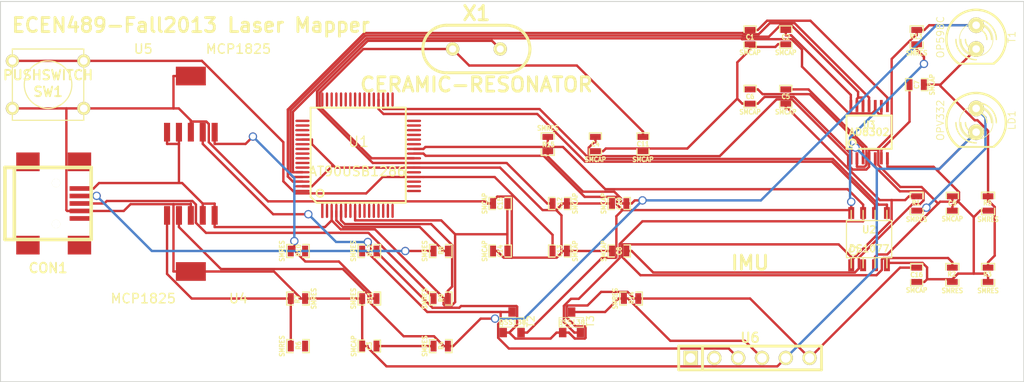
<source format=kicad_pcb>
(kicad_pcb (version 3) (host pcbnew "(2013-07-07 BZR 4022)-stable")

  (general
    (links 104)
    (no_connects 1)
    (area 52.663956 22.809999 162.610001 63.7386)
    (thickness 1.6)
    (drawings 7)
    (tracks 562)
    (zones 0)
    (modules 44)
    (nets 84)
  )

  (page A4)
  (layers
    (15 F.Cu signal)
    (0 B.Cu signal)
    (16 B.Adhes user)
    (17 F.Adhes user)
    (18 B.Paste user)
    (19 F.Paste user)
    (20 B.SilkS user)
    (21 F.SilkS user)
    (22 B.Mask user)
    (23 F.Mask user)
    (24 Dwgs.User user)
    (25 Cmts.User user)
    (26 Eco1.User user)
    (27 Eco2.User user)
    (28 Edge.Cuts user)
  )

  (setup
    (last_trace_width 0.254)
    (trace_clearance 0.01)
    (zone_clearance 0.508)
    (zone_45_only no)
    (trace_min 0.254)
    (segment_width 0.2)
    (edge_width 0.1)
    (via_size 0.889)
    (via_drill 0.635)
    (via_min_size 0.889)
    (via_min_drill 0.508)
    (uvia_size 0.508)
    (uvia_drill 0.127)
    (uvias_allowed no)
    (uvia_min_size 0.508)
    (uvia_min_drill 0.127)
    (pcb_text_width 0.3)
    (pcb_text_size 1.5 1.5)
    (mod_edge_width 0.15)
    (mod_text_size 1 1)
    (mod_text_width 0.15)
    (pad_size 1.5 1.5)
    (pad_drill 0.6)
    (pad_to_mask_clearance 0)
    (aux_axis_origin 0 0)
    (visible_elements 7FFFFFFF)
    (pcbplotparams
      (layerselection 3178497)
      (usegerberextensions true)
      (excludeedgelayer true)
      (linewidth 0.150000)
      (plotframeref false)
      (viasonmask false)
      (mode 1)
      (useauxorigin false)
      (hpglpennumber 1)
      (hpglpenspeed 20)
      (hpglpendiameter 15)
      (hpglpenoverlay 2)
      (psnegative false)
      (psa4output false)
      (plotreference true)
      (plotvalue true)
      (plotothertext true)
      (plotinvisibletext false)
      (padsonsilk false)
      (subtractmaskfromsilk false)
      (outputformat 1)
      (mirror false)
      (drillshape 1)
      (scaleselection 1)
      (outputdirectory ""))
  )

  (net 0 "")
  (net 1 /A0)
  (net 2 /A1)
  (net 3 /A2)
  (net 4 /A3)
  (net 5 /A4)
  (net 6 /A5)
  (net 7 /A6)
  (net 8 /A7)
  (net 9 /B0)
  (net 10 /B1)
  (net 11 /B2)
  (net 12 /B3)
  (net 13 /B4)
  (net 14 /B5)
  (net 15 /B6)
  (net 16 /B7)
  (net 17 /C2)
  (net 18 /C3)
  (net 19 /C4)
  (net 20 /C5)
  (net 21 /C6)
  (net 22 /C7)
  (net 23 /D2)
  (net 24 /D3)
  (net 25 /D4)
  (net 26 /D5)
  (net 27 /D6)
  (net 28 /D7)
  (net 29 /E0)
  (net 30 /E1)
  (net 31 /E4)
  (net 32 /E5)
  (net 33 /E6)
  (net 34 /E7)
  (net 35 /F2)
  (net 36 /F3)
  (net 37 /F4)
  (net 38 /F5)
  (net 39 /F6)
  (net 40 /F7)
  (net 41 /ad8302_inpa)
  (net 42 /ad8302_inpb)
  (net 43 /ad8302_mag)
  (net 44 /ad8302_ofsa)
  (net 45 /ad8302_ofsb)
  (net 46 /ad8302_phs)
  (net 47 /ad8302_vpos)
  (net 48 /ad8302_vref)
  (net 49 /mod_sig_1)
  (net 50 /osc_ctrl0)
  (net 51 /osc_ctrl1)
  (net 52 /regulator_3.3V)
  (net 53 /regulator_5V)
  (net 54 /reset_sig)
  (net 55 /return_sig)
  (net 56 /twi_scl_3.3V)
  (net 57 /twi_scl_5V)
  (net 58 /twi_sda_3.3V)
  (net 59 /twi_sda_5V)
  (net 60 /usb_5V)
  (net 61 /usb_d+)
  (net 62 /usb_d-)
  (net 63 /xtal1_sig)
  (net 64 /xtal2_sig)
  (net 65 GND)
  (net 66 N-0000011)
  (net 67 N-0000013)
  (net 68 N-0000015)
  (net 69 N-0000018)
  (net 70 N-000004)
  (net 71 N-0000046)
  (net 72 N-0000047)
  (net 73 N-000005)
  (net 74 N-000006)
  (net 75 N-0000064)
  (net 76 N-0000066)
  (net 77 N-0000068)
  (net 78 N-0000069)
  (net 79 N-0000070)
  (net 80 N-0000071)
  (net 81 N-0000073)
  (net 82 N-0000074)
  (net 83 N-000009)

  (net_class Default "This is the default net class."
    (clearance 0.01)
    (trace_width 0.254)
    (via_dia 0.889)
    (via_drill 0.635)
    (uvia_dia 0.508)
    (uvia_drill 0.127)
    (add_net "")
    (add_net /A0)
    (add_net /A1)
    (add_net /A2)
    (add_net /A3)
    (add_net /A4)
    (add_net /A5)
    (add_net /A6)
    (add_net /A7)
    (add_net /B0)
    (add_net /B1)
    (add_net /B2)
    (add_net /B3)
    (add_net /B4)
    (add_net /B5)
    (add_net /B6)
    (add_net /B7)
    (add_net /C2)
    (add_net /C3)
    (add_net /C4)
    (add_net /C5)
    (add_net /C6)
    (add_net /C7)
    (add_net /D2)
    (add_net /D3)
    (add_net /D4)
    (add_net /D5)
    (add_net /D6)
    (add_net /D7)
    (add_net /E0)
    (add_net /E1)
    (add_net /E4)
    (add_net /E5)
    (add_net /E6)
    (add_net /E7)
    (add_net /F2)
    (add_net /F3)
    (add_net /F4)
    (add_net /F5)
    (add_net /F6)
    (add_net /F7)
    (add_net /ad8302_inpa)
    (add_net /ad8302_inpb)
    (add_net /ad8302_mag)
    (add_net /ad8302_ofsa)
    (add_net /ad8302_ofsb)
    (add_net /ad8302_phs)
    (add_net /ad8302_vpos)
    (add_net /ad8302_vref)
    (add_net /mod_sig_1)
    (add_net /osc_ctrl0)
    (add_net /osc_ctrl1)
    (add_net /regulator_3.3V)
    (add_net /regulator_5V)
    (add_net /reset_sig)
    (add_net /return_sig)
    (add_net /twi_scl_3.3V)
    (add_net /twi_scl_5V)
    (add_net /twi_sda_3.3V)
    (add_net /twi_sda_5V)
    (add_net /usb_5V)
    (add_net /usb_d+)
    (add_net /usb_d-)
    (add_net /xtal1_sig)
    (add_net /xtal2_sig)
    (add_net GND)
    (add_net N-0000011)
    (add_net N-0000013)
    (add_net N-0000015)
    (add_net N-0000018)
    (add_net N-000004)
    (add_net N-0000046)
    (add_net N-0000047)
    (add_net N-000005)
    (add_net N-000006)
    (add_net N-0000064)
    (add_net N-0000066)
    (add_net N-0000068)
    (add_net N-0000069)
    (add_net N-0000070)
    (add_net N-0000071)
    (add_net N-0000073)
    (add_net N-0000074)
    (add_net N-000009)
  )

  (module USB_MINI_B   placed (layer F.Cu) (tedit 505F99F2) (tstamp 5278709C)
    (at 58.42 44.45)
    (descr "USB Mini-B 5-pin SMD connector")
    (tags "USB, Mini-B, connector")
    (path /52742E6C)
    (fp_text reference CON1 (at 0 6.90118) (layer F.SilkS)
      (effects (font (size 1.016 1.016) (thickness 0.2032)))
    )
    (fp_text value USB-B (at 0 -7.0993) (layer F.SilkS) hide
      (effects (font (size 1.016 1.016) (thickness 0.2032)))
    )
    (fp_line (start -3.59918 -3.85064) (end -3.59918 3.85064) (layer F.SilkS) (width 0.381))
    (fp_line (start -4.59994 -3.85064) (end -4.59994 3.85064) (layer F.SilkS) (width 0.381))
    (fp_line (start -4.59994 3.85064) (end 4.59994 3.85064) (layer F.SilkS) (width 0.381))
    (fp_line (start 4.59994 3.85064) (end 4.59994 -3.85064) (layer F.SilkS) (width 0.381))
    (fp_line (start 4.59994 -3.85064) (end -4.59994 -3.85064) (layer F.SilkS) (width 0.381))
    (pad 1 smd rect (at 3.44932 -1.6002) (size 2.30124 0.50038)
      (layers F.Cu F.Paste F.Mask)
      (net 60 /usb_5V)
    )
    (pad 2 smd rect (at 3.44932 -0.8001) (size 2.30124 0.50038)
      (layers F.Cu F.Paste F.Mask)
      (net 62 /usb_d-)
    )
    (pad 3 smd rect (at 3.44932 0) (size 2.30124 0.50038)
      (layers F.Cu F.Paste F.Mask)
      (net 61 /usb_d+)
    )
    (pad 4 smd rect (at 3.44932 0.8001) (size 2.30124 0.50038)
      (layers F.Cu F.Paste F.Mask)
      (net 65 GND)
    )
    (pad 5 smd rect (at 3.44932 1.6002) (size 2.30124 0.50038)
      (layers F.Cu F.Paste F.Mask)
    )
    (pad 6 smd rect (at 3.35026 -4.45008) (size 2.49936 1.99898)
      (layers F.Cu F.Paste F.Mask)
    )
    (pad 7 smd rect (at -2.14884 -4.45008) (size 2.49936 1.99898)
      (layers F.Cu F.Paste F.Mask)
    )
    (pad 8 smd rect (at 3.35026 4.45008) (size 2.49936 1.99898)
      (layers F.Cu F.Paste F.Mask)
    )
    (pad 9 smd rect (at -2.14884 4.45008) (size 2.49936 1.99898)
      (layers F.Cu F.Paste F.Mask)
    )
    (pad "" np_thru_hole circle (at 0.8509 -2.19964) (size 0.89916 0.89916) (drill 0.89916)
      (layers *.Cu *.Mask F.SilkS)
    )
    (pad 2 np_thru_hole circle (at 0.8509 2.19964) (size 0.89916 0.89916) (drill 0.89916)
      (layers *.Cu *.Mask F.SilkS)
      (net 62 /usb_d-)
    )
  )

  (module LED-5MM   placed (layer F.Cu) (tedit 50ADE86B) (tstamp 527870AB)
    (at 157.48 35.56 270)
    (descr "LED 5mm - Lead pitch 100mil (2,54mm)")
    (tags "LED led 5mm 5MM 100mil 2,54mm")
    (path /52740787)
    (fp_text reference LD1 (at 0 -3.81 270) (layer F.SilkS)
      (effects (font (size 0.762 0.762) (thickness 0.0889)))
    )
    (fp_text value OPV332 (at 0 3.81 270) (layer F.SilkS)
      (effects (font (size 0.762 0.762) (thickness 0.0889)))
    )
    (fp_line (start 2.8448 1.905) (end 2.8448 -1.905) (layer F.SilkS) (width 0.2032))
    (fp_circle (center 0.254 0) (end -1.016 1.27) (layer F.SilkS) (width 0.0762))
    (fp_arc (start 0.254 0) (end 2.794 1.905) (angle 286.2) (layer F.SilkS) (width 0.254))
    (fp_arc (start 0.254 0) (end -0.889 0) (angle 90) (layer F.SilkS) (width 0.1524))
    (fp_arc (start 0.254 0) (end 1.397 0) (angle 90) (layer F.SilkS) (width 0.1524))
    (fp_arc (start 0.254 0) (end -1.397 0) (angle 90) (layer F.SilkS) (width 0.1524))
    (fp_arc (start 0.254 0) (end 1.905 0) (angle 90) (layer F.SilkS) (width 0.1524))
    (fp_arc (start 0.254 0) (end -1.905 0) (angle 90) (layer F.SilkS) (width 0.1524))
    (fp_arc (start 0.254 0) (end 2.413 0) (angle 90) (layer F.SilkS) (width 0.1524))
    (pad 1 thru_hole circle (at -1.27 0 270) (size 1.6764 1.6764) (drill 0.8128)
      (layers *.Cu *.Mask F.SilkS)
      (net 76 N-0000066)
    )
    (pad 2 thru_hole circle (at 1.27 0 270) (size 1.6764 1.6764) (drill 0.8128)
      (layers *.Cu *.Mask F.SilkS)
      (net 65 GND)
    )
    (model discret/leds/led5_vertical_verde.wrl
      (at (xyz 0 0 0))
      (scale (xyz 1 1 1))
      (rotate (xyz 0 0 0))
    )
  )

  (module SW_PUSH_SMALL   placed (layer F.Cu) (tedit 46544DB3) (tstamp 5278717B)
    (at 58.42 31.75 180)
    (path /52742FC6)
    (fp_text reference SW1 (at 0 -0.762 180) (layer F.SilkS)
      (effects (font (size 1.016 1.016) (thickness 0.2032)))
    )
    (fp_text value PUSHSWITCH (at 0 1.016 180) (layer F.SilkS)
      (effects (font (size 1.016 1.016) (thickness 0.2032)))
    )
    (fp_circle (center 0 0) (end 0 -2.54) (layer F.SilkS) (width 0.127))
    (fp_line (start -3.81 -3.81) (end 3.81 -3.81) (layer F.SilkS) (width 0.127))
    (fp_line (start 3.81 -3.81) (end 3.81 3.81) (layer F.SilkS) (width 0.127))
    (fp_line (start 3.81 3.81) (end -3.81 3.81) (layer F.SilkS) (width 0.127))
    (fp_line (start -3.81 -3.81) (end -3.81 3.81) (layer F.SilkS) (width 0.127))
    (pad 1 thru_hole circle (at 3.81 -2.54 180) (size 1.397 1.397) (drill 0.8128)
      (layers *.Cu *.Mask F.SilkS)
      (net 65 GND)
    )
    (pad 2 thru_hole circle (at 3.81 2.54 180) (size 1.397 1.397) (drill 0.8128)
      (layers *.Cu *.Mask F.SilkS)
      (net 54 /reset_sig)
    )
    (pad 1 thru_hole circle (at -3.81 -2.54 180) (size 1.397 1.397) (drill 0.8128)
      (layers *.Cu *.Mask F.SilkS)
      (net 65 GND)
    )
    (pad 2 thru_hole circle (at -3.81 2.54 180) (size 1.397 1.397) (drill 0.8128)
      (layers *.Cu *.Mask F.SilkS)
      (net 54 /reset_sig)
    )
  )

  (module LED-5MM   placed (layer F.Cu) (tedit 50ADE86B) (tstamp 5278718A)
    (at 157.48 26.67 270)
    (descr "LED 5mm - Lead pitch 100mil (2,54mm)")
    (tags "LED led 5mm 5MM 100mil 2,54mm")
    (path /52741D7D)
    (fp_text reference T1 (at 0 -3.81 270) (layer F.SilkS)
      (effects (font (size 0.762 0.762) (thickness 0.0889)))
    )
    (fp_text value OP598C (at 0 3.81 270) (layer F.SilkS)
      (effects (font (size 0.762 0.762) (thickness 0.0889)))
    )
    (fp_line (start 2.8448 1.905) (end 2.8448 -1.905) (layer F.SilkS) (width 0.2032))
    (fp_circle (center 0.254 0) (end -1.016 1.27) (layer F.SilkS) (width 0.0762))
    (fp_arc (start 0.254 0) (end 2.794 1.905) (angle 286.2) (layer F.SilkS) (width 0.254))
    (fp_arc (start 0.254 0) (end -0.889 0) (angle 90) (layer F.SilkS) (width 0.1524))
    (fp_arc (start 0.254 0) (end 1.397 0) (angle 90) (layer F.SilkS) (width 0.1524))
    (fp_arc (start 0.254 0) (end -1.397 0) (angle 90) (layer F.SilkS) (width 0.1524))
    (fp_arc (start 0.254 0) (end 1.905 0) (angle 90) (layer F.SilkS) (width 0.1524))
    (fp_arc (start 0.254 0) (end -1.905 0) (angle 90) (layer F.SilkS) (width 0.1524))
    (fp_arc (start 0.254 0) (end 2.413 0) (angle 90) (layer F.SilkS) (width 0.1524))
    (pad 1 thru_hole circle (at -1.27 0 270) (size 1.6764 1.6764) (drill 0.8128)
      (layers *.Cu *.Mask F.SilkS)
      (net 53 /regulator_5V)
    )
    (pad 2 thru_hole circle (at 1.27 0 270) (size 1.6764 1.6764) (drill 0.8128)
      (layers *.Cu *.Mask F.SilkS)
      (net 55 /return_sig)
    )
    (model discret/leds/led5_vertical_verde.wrl
      (at (xyz 0 0 0))
      (scale (xyz 1 1 1))
      (rotate (xyz 0 0 0))
    )
  )

  (module TQFP_64   placed (layer F.Cu) (tedit 48A969ED) (tstamp 527871F4)
    (at 91.44 39.37)
    (tags "TQFP64 TQFP SMD IC")
    (path /526E12D6)
    (fp_text reference U1 (at 0.127 -1.524) (layer F.SilkS)
      (effects (font (size 1.09982 1.09982) (thickness 0.127)))
    )
    (fp_text value AT90USB1286 (at 0 1.651) (layer F.SilkS)
      (effects (font (size 1.00076 1.00076) (thickness 0.1524)))
    )
    (fp_circle (center -3.98272 3.98272) (end -3.98272 3.60172) (layer F.SilkS) (width 0.2032))
    (fp_line (start 5.16128 -5.16128) (end -4.99872 -5.16128) (layer F.SilkS) (width 0.2032))
    (fp_line (start -4.99872 -5.16128) (end -4.99872 4.36372) (layer F.SilkS) (width 0.2032))
    (fp_line (start -4.99872 4.36372) (end -4.36372 4.99872) (layer F.SilkS) (width 0.2032))
    (fp_line (start -4.36372 4.99872) (end 5.16128 4.99872) (layer F.SilkS) (width 0.2032))
    (fp_line (start 5.16128 4.99872) (end 5.16128 -5.16128) (layer F.SilkS) (width 0.2032))
    (pad 1 smd rect (at -3.74904 5.86994) (size 0.24892 1.524)
      (layers F.Cu F.Paste F.Mask)
      (net 33 /E6)
    )
    (pad 2 smd oval (at -3.24866 5.86994) (size 0.24892 1.524)
      (layers F.Cu F.Paste F.Mask)
      (net 34 /E7)
    )
    (pad 3 smd oval (at -2.74828 5.86994) (size 0.24892 1.524)
      (layers F.Cu F.Paste F.Mask)
      (net 60 /usb_5V)
    )
    (pad 4 smd oval (at -2.2479 5.86994) (size 0.24892 1.524)
      (layers F.Cu F.Paste F.Mask)
      (net 66 N-0000011)
    )
    (pad 5 smd oval (at -1.74752 5.86994) (size 0.24892 1.524)
      (layers F.Cu F.Paste F.Mask)
      (net 69 N-0000018)
    )
    (pad 6 smd oval (at -1.24968 5.86994) (size 0.24892 1.524)
      (layers F.Cu F.Paste F.Mask)
      (net 65 GND)
    )
    (pad 7 smd oval (at -0.7493 5.86994) (size 0.24892 1.524)
      (layers F.Cu F.Paste F.Mask)
      (net 79 N-0000070)
    )
    (pad 8 smd oval (at -0.24892 5.86994) (size 0.24892 1.524)
      (layers F.Cu F.Paste F.Mask)
      (net 60 /usb_5V)
    )
    (pad 9 smd oval (at 0.25146 5.86994) (size 0.24892 1.524)
      (layers F.Cu F.Paste F.Mask)
      (net 80 N-0000071)
    )
    (pad 10 smd oval (at 0.75184 5.86994) (size 0.24892 1.524)
      (layers F.Cu F.Paste F.Mask)
      (net 9 /B0)
    )
    (pad 11 smd oval (at 1.25222 5.86994) (size 0.24892 1.524)
      (layers F.Cu F.Paste F.Mask)
      (net 10 /B1)
    )
    (pad 12 smd oval (at 1.75006 5.86994) (size 0.24892 1.524)
      (layers F.Cu F.Paste F.Mask)
      (net 11 /B2)
    )
    (pad 13 smd oval (at 2.25044 5.86994) (size 0.24892 1.524)
      (layers F.Cu F.Paste F.Mask)
      (net 12 /B3)
    )
    (pad 14 smd oval (at 2.75082 5.86994) (size 0.24892 1.524)
      (layers F.Cu F.Paste F.Mask)
      (net 13 /B4)
    )
    (pad 15 smd oval (at 3.2512 5.86994) (size 0.24892 1.524)
      (layers F.Cu F.Paste F.Mask)
      (net 14 /B5)
    )
    (pad 16 smd oval (at 3.75158 5.86994) (size 0.24892 1.524)
      (layers F.Cu F.Paste F.Mask)
      (net 15 /B6)
    )
    (pad 17 smd oval (at 6.0325 3.74904) (size 1.524 0.24892)
      (layers F.Cu F.Paste F.Mask)
      (net 16 /B7)
    )
    (pad 18 smd oval (at 6.0325 3.24866) (size 1.524 0.24892)
      (layers F.Cu F.Paste F.Mask)
      (net 31 /E4)
    )
    (pad 19 smd oval (at 6.0325 2.74828) (size 1.524 0.24892)
      (layers F.Cu F.Paste F.Mask)
      (net 32 /E5)
    )
    (pad 20 smd oval (at 6.0325 2.2479) (size 1.524 0.24892)
      (layers F.Cu F.Paste F.Mask)
      (net 54 /reset_sig)
    )
    (pad 21 smd oval (at 6.0325 1.74752) (size 1.524 0.24892)
      (layers F.Cu F.Paste F.Mask)
      (net 81 N-0000073)
    )
    (pad 22 smd oval (at 6.0325 1.24968) (size 1.524 0.24892)
      (layers F.Cu F.Paste F.Mask)
      (net 65 GND)
    )
    (pad 23 smd oval (at 6.0325 0.7493) (size 1.524 0.24892)
      (layers F.Cu F.Paste F.Mask)
      (net 64 /xtal2_sig)
    )
    (pad 24 smd oval (at 6.0325 0.24892) (size 1.524 0.24892)
      (layers F.Cu F.Paste F.Mask)
      (net 63 /xtal1_sig)
    )
    (pad 25 smd oval (at 6.0325 -0.25146) (size 1.524 0.24892)
      (layers F.Cu F.Paste F.Mask)
      (net 57 /twi_scl_5V)
    )
    (pad 26 smd oval (at 6.0325 -0.75184) (size 1.524 0.24892)
      (layers F.Cu F.Paste F.Mask)
      (net 59 /twi_sda_5V)
    )
    (pad 27 smd oval (at 6.0325 -1.25222) (size 1.524 0.24892)
      (layers F.Cu F.Paste F.Mask)
      (net 23 /D2)
    )
    (pad 28 smd oval (at 6.0325 -1.75006) (size 1.524 0.24892)
      (layers F.Cu F.Paste F.Mask)
      (net 24 /D3)
    )
    (pad 29 smd oval (at 6.0325 -2.25044) (size 1.524 0.24892)
      (layers F.Cu F.Paste F.Mask)
      (net 25 /D4)
    )
    (pad 30 smd oval (at 6.0325 -2.75082) (size 1.524 0.24892)
      (layers F.Cu F.Paste F.Mask)
      (net 26 /D5)
    )
    (pad 31 smd oval (at 6.0325 -3.2512) (size 1.524 0.24892)
      (layers F.Cu F.Paste F.Mask)
      (net 27 /D6)
    )
    (pad 32 smd oval (at 6.0325 -3.75158) (size 1.524 0.24892)
      (layers F.Cu F.Paste F.Mask)
      (net 28 /D7)
    )
    (pad 33 smd oval (at 3.75158 -6.0325) (size 0.24892 1.524)
      (layers F.Cu F.Paste F.Mask)
      (net 29 /E0)
    )
    (pad 34 smd oval (at 3.2512 -6.0325) (size 0.24892 1.524)
      (layers F.Cu F.Paste F.Mask)
      (net 30 /E1)
    )
    (pad 35 smd oval (at 2.75082 -6.0325) (size 0.24892 1.524)
      (layers F.Cu F.Paste F.Mask)
      (net 50 /osc_ctrl0)
    )
    (pad 36 smd oval (at 2.25044 -6.0325) (size 0.24892 1.524)
      (layers F.Cu F.Paste F.Mask)
      (net 51 /osc_ctrl1)
    )
    (pad 37 smd oval (at 1.75006 -6.0325) (size 0.24892 1.524)
      (layers F.Cu F.Paste F.Mask)
      (net 17 /C2)
    )
    (pad 38 smd oval (at 1.25222 -6.0325) (size 0.24892 1.524)
      (layers F.Cu F.Paste F.Mask)
      (net 18 /C3)
    )
    (pad 39 smd oval (at 0.75184 -6.0325) (size 0.24892 1.524)
      (layers F.Cu F.Paste F.Mask)
      (net 19 /C4)
    )
    (pad 40 smd oval (at 0.25146 -6.0325) (size 0.24892 1.524)
      (layers F.Cu F.Paste F.Mask)
      (net 20 /C5)
    )
    (pad 41 smd oval (at -0.24892 -6.0325) (size 0.24892 1.524)
      (layers F.Cu F.Paste F.Mask)
      (net 21 /C6)
    )
    (pad 42 smd oval (at -0.7493 -6.0325) (size 0.24892 1.524)
      (layers F.Cu F.Paste F.Mask)
      (net 22 /C7)
    )
    (pad 43 smd oval (at -1.24968 -6.0325) (size 0.24892 1.524)
      (layers F.Cu F.Paste F.Mask)
      (net 78 N-0000069)
    )
    (pad 44 smd oval (at -1.74752 -6.0325) (size 0.24892 1.524)
      (layers F.Cu F.Paste F.Mask)
      (net 8 /A7)
    )
    (pad 45 smd oval (at -2.2479 -6.0325) (size 0.24892 1.524)
      (layers F.Cu F.Paste F.Mask)
      (net 7 /A6)
    )
    (pad 46 smd oval (at -2.74828 -6.0325) (size 0.24892 1.524)
      (layers F.Cu F.Paste F.Mask)
      (net 6 /A5)
    )
    (pad 47 smd oval (at -3.24866 -6.0325) (size 0.24892 1.524)
      (layers F.Cu F.Paste F.Mask)
      (net 5 /A4)
    )
    (pad 48 smd oval (at -3.74904 -6.0325) (size 0.24892 1.524)
      (layers F.Cu F.Paste F.Mask)
      (net 4 /A3)
    )
    (pad 49 smd oval (at -5.86994 -3.75158) (size 1.524 0.24892)
      (layers F.Cu F.Paste F.Mask)
      (net 3 /A2)
    )
    (pad 50 smd oval (at -5.86994 -3.2512) (size 1.524 0.24892)
      (layers F.Cu F.Paste F.Mask)
      (net 2 /A1)
    )
    (pad 52 smd oval (at -5.86994 -2.25044) (size 1.524 0.24892)
      (layers F.Cu F.Paste F.Mask)
      (net 77 N-0000068)
    )
    (pad 51 smd oval (at -5.88772 -2.75082) (size 1.524 0.24892)
      (layers F.Cu F.Paste F.Mask)
      (net 1 /A0)
    )
    (pad 53 smd oval (at -5.86994 -1.75006) (size 1.524 0.24892)
      (layers F.Cu F.Paste F.Mask)
      (net 65 GND)
    )
    (pad 54 smd oval (at -5.86994 -1.25222) (size 1.524 0.24892)
      (layers F.Cu F.Paste F.Mask)
      (net 40 /F7)
    )
    (pad 55 smd oval (at -5.86994 -0.75184) (size 1.524 0.24892)
      (layers F.Cu F.Paste F.Mask)
      (net 39 /F6)
    )
    (pad 56 smd oval (at -5.86994 -0.25146) (size 1.524 0.24892)
      (layers F.Cu F.Paste F.Mask)
      (net 38 /F5)
    )
    (pad 57 smd oval (at -5.86994 0.24892) (size 1.524 0.24892)
      (layers F.Cu F.Paste F.Mask)
      (net 37 /F4)
    )
    (pad 58 smd oval (at -5.86994 0.7493) (size 1.524 0.24892)
      (layers F.Cu F.Paste F.Mask)
      (net 36 /F3)
    )
    (pad 59 smd oval (at -5.86994 1.24206) (size 1.524 0.24892)
      (layers F.Cu F.Paste F.Mask)
      (net 35 /F2)
    )
    (pad 60 smd oval (at -5.86994 1.74244) (size 1.524 0.24892)
      (layers F.Cu F.Paste F.Mask)
      (net 46 /ad8302_phs)
    )
    (pad 61 smd oval (at -5.86994 2.24282) (size 1.524 0.24892)
      (layers F.Cu F.Paste F.Mask)
      (net 43 /ad8302_mag)
    )
    (pad 62 smd oval (at -5.86994 2.7432) (size 1.524 0.24892)
      (layers F.Cu F.Paste F.Mask)
      (net 48 /ad8302_vref)
    )
    (pad 63 smd oval (at -5.86994 3.24104) (size 1.524 0.24892)
      (layers F.Cu F.Paste F.Mask)
      (net 65 GND)
    )
    (pad 64 smd oval (at -5.86994 3.74142) (size 1.524 0.24892)
      (layers F.Cu F.Paste F.Mask)
      (net 82 N-0000074)
    )
    (model smd/TQFP_64.wrl
      (at (xyz 0 0 0.001))
      (scale (xyz 0.3937 0.3937 0.3937))
      (rotate (xyz 0 0 0))
    )
  )

  (module so-8   placed (layer F.Cu) (tedit 48A6C16E) (tstamp 5278720D)
    (at 146.05 48.26)
    (descr SO-8)
    (path /526F0599)
    (attr smd)
    (fp_text reference U2 (at 0 -1.016) (layer F.SilkS)
      (effects (font (size 0.7493 0.7493) (thickness 0.14986)))
    )
    (fp_text value DS1077 (at 0 1.016) (layer F.SilkS)
      (effects (font (size 0.7493 0.7493) (thickness 0.14986)))
    )
    (fp_line (start -2.413 -1.9812) (end -2.413 1.9812) (layer F.SilkS) (width 0.127))
    (fp_line (start -2.413 1.9812) (end 2.413 1.9812) (layer F.SilkS) (width 0.127))
    (fp_line (start 2.413 1.9812) (end 2.413 -1.9812) (layer F.SilkS) (width 0.127))
    (fp_line (start 2.413 -1.9812) (end -2.413 -1.9812) (layer F.SilkS) (width 0.127))
    (fp_line (start -1.905 -1.9812) (end -1.905 -3.0734) (layer F.SilkS) (width 0.127))
    (fp_line (start -0.635 -1.9812) (end -0.635 -3.0734) (layer F.SilkS) (width 0.127))
    (fp_line (start 0.635 -1.9812) (end 0.635 -3.0734) (layer F.SilkS) (width 0.127))
    (fp_line (start 1.905 -3.0734) (end 1.905 -1.9812) (layer F.SilkS) (width 0.127))
    (fp_line (start 1.905 1.9812) (end 1.905 3.0734) (layer F.SilkS) (width 0.127))
    (fp_line (start 0.635 3.0734) (end 0.635 1.9812) (layer F.SilkS) (width 0.127))
    (fp_line (start -0.635 3.0734) (end -0.635 1.9812) (layer F.SilkS) (width 0.127))
    (fp_line (start -1.905 3.0734) (end -1.905 1.9812) (layer F.SilkS) (width 0.127))
    (fp_circle (center -1.6764 1.2446) (end -1.9558 1.6256) (layer F.SilkS) (width 0.127))
    (pad 1 smd rect (at -1.905 2.794) (size 0.635 1.27)
      (layers F.Cu F.Paste F.Mask)
      (net 49 /mod_sig_1)
    )
    (pad 2 smd rect (at -0.635 2.794) (size 0.635 1.27)
      (layers F.Cu F.Paste F.Mask)
      (net 75 N-0000064)
    )
    (pad 3 smd rect (at 0.635 2.794) (size 0.635 1.27)
      (layers F.Cu F.Paste F.Mask)
      (net 53 /regulator_5V)
    )
    (pad 4 smd rect (at 1.905 2.794) (size 0.635 1.27)
      (layers F.Cu F.Paste F.Mask)
      (net 65 GND)
    )
    (pad 5 smd rect (at 1.905 -2.794) (size 0.635 1.27)
      (layers F.Cu F.Paste F.Mask)
      (net 50 /osc_ctrl0)
    )
    (pad 6 smd rect (at 0.635 -2.794) (size 0.635 1.27)
      (layers F.Cu F.Paste F.Mask)
      (net 51 /osc_ctrl1)
    )
    (pad 7 smd rect (at -0.635 -2.794) (size 0.635 1.27)
      (layers F.Cu F.Paste F.Mask)
      (net 59 /twi_sda_5V)
    )
    (pad 8 smd rect (at -1.905 -2.794) (size 0.635 1.27)
      (layers F.Cu F.Paste F.Mask)
      (net 57 /twi_scl_5V)
    )
    (model smd/smd_dil/so-8.wrl
      (at (xyz 0 0 0))
      (scale (xyz 1 1 1))
      (rotate (xyz 0 0 0))
    )
  )

  (module SOT-223-5pin   placed (layer F.Cu) (tedit 5277D574) (tstamp 5278722E)
    (at 73.66 45.72 180)
    (path /52742B72)
    (fp_text reference U4 (at -5.08 -8.89 180) (layer F.SilkS)
      (effects (font (size 1 1) (thickness 0.15)))
    )
    (fp_text value MCP1825 (at 5.08 -8.89 180) (layer F.SilkS)
      (effects (font (size 1 1) (thickness 0.15)))
    )
    (pad 5 smd rect (at 2.54 0 180) (size 0.65 2)
      (layers F.Cu F.Paste F.Mask)
      (net 67 N-0000013)
    )
    (pad 4 smd rect (at 1.27 0 180) (size 0.65 2)
      (layers F.Cu F.Paste F.Mask)
      (net 53 /regulator_5V)
    )
    (pad 3 smd rect (at 0 0 180) (size 0.65 2)
      (layers F.Cu F.Paste F.Mask)
      (net 65 GND)
    )
    (pad 2 smd rect (at -1.27 0 180) (size 0.65 2)
      (layers F.Cu F.Paste F.Mask)
      (net 60 /usb_5V)
    )
    (pad 1 smd rect (at -2.54 0 180) (size 0.65 2)
      (layers F.Cu F.Paste F.Mask)
      (net 60 /usb_5V)
    )
    (pad 6 smd rect (at 0 -6 180) (size 3.2 2)
      (layers F.Cu F.Paste F.Mask)
      (net 65 GND)
    )
  )

  (module SOT-223-5pin   placed (layer F.Cu) (tedit 5277D574) (tstamp 52787238)
    (at 73.66 36.83)
    (path /52746EA6)
    (fp_text reference U5 (at -5.08 -8.89) (layer F.SilkS)
      (effects (font (size 1 1) (thickness 0.15)))
    )
    (fp_text value MCP1825 (at 5.08 -8.89) (layer F.SilkS)
      (effects (font (size 1 1) (thickness 0.15)))
    )
    (pad 5 smd rect (at 2.54 0) (size 0.65 2)
      (layers F.Cu F.Paste F.Mask)
      (net 70 N-000004)
    )
    (pad 4 smd rect (at 1.27 0) (size 0.65 2)
      (layers F.Cu F.Paste F.Mask)
      (net 52 /regulator_3.3V)
    )
    (pad 3 smd rect (at 0 0) (size 0.65 2)
      (layers F.Cu F.Paste F.Mask)
      (net 65 GND)
    )
    (pad 2 smd rect (at -1.27 0) (size 0.65 2)
      (layers F.Cu F.Paste F.Mask)
      (net 60 /usb_5V)
    )
    (pad 1 smd rect (at -2.54 0) (size 0.65 2)
      (layers F.Cu F.Paste F.Mask)
      (net 60 /usb_5V)
    )
    (pad 6 smd rect (at 0 -6) (size 3.2 2)
      (layers F.Cu F.Paste F.Mask)
      (net 65 GND)
    )
  )

  (module PIN_ARRAY-6X1   placed (layer F.Cu) (tedit 41402119) (tstamp 52787247)
    (at 133.35 60.96)
    (descr "Connecteur 6 pins")
    (tags "CONN DEV")
    (path /527841C1)
    (fp_text reference U6 (at 0 -2.159) (layer F.SilkS)
      (effects (font (size 1.016 1.016) (thickness 0.2032)))
    )
    (fp_text value 6DOF (at 0 2.159) (layer F.SilkS) hide
      (effects (font (size 1.016 0.889) (thickness 0.2032)))
    )
    (fp_line (start -7.62 1.27) (end -7.62 -1.27) (layer F.SilkS) (width 0.3048))
    (fp_line (start -7.62 -1.27) (end 7.62 -1.27) (layer F.SilkS) (width 0.3048))
    (fp_line (start 7.62 -1.27) (end 7.62 1.27) (layer F.SilkS) (width 0.3048))
    (fp_line (start 7.62 1.27) (end -7.62 1.27) (layer F.SilkS) (width 0.3048))
    (fp_line (start -5.08 1.27) (end -5.08 -1.27) (layer F.SilkS) (width 0.3048))
    (pad 1 thru_hole rect (at -6.35 0) (size 1.524 1.524) (drill 1.016)
      (layers *.Cu *.Mask F.SilkS)
      (net 71 N-0000046)
    )
    (pad 2 thru_hole circle (at -3.81 0) (size 1.524 1.524) (drill 1.016)
      (layers *.Cu *.Mask F.SilkS)
      (net 72 N-0000047)
    )
    (pad 3 thru_hole circle (at -1.27 0) (size 1.524 1.524) (drill 1.016)
      (layers *.Cu *.Mask F.SilkS)
      (net 56 /twi_scl_3.3V)
    )
    (pad 4 thru_hole circle (at 1.27 0) (size 1.524 1.524) (drill 1.016)
      (layers *.Cu *.Mask F.SilkS)
      (net 58 /twi_sda_3.3V)
    )
    (pad 5 thru_hole circle (at 3.81 0) (size 1.524 1.524) (drill 1.016)
      (layers *.Cu *.Mask F.SilkS)
      (net 65 GND)
    )
    (pad 6 thru_hole circle (at 6.35 0) (size 1.524 1.524) (drill 1.016)
      (layers *.Cu *.Mask F.SilkS)
      (net 52 /regulator_3.3V)
    )
    (model pin_array/pins_array_6x1.wrl
      (at (xyz 0 0 0))
      (scale (xyz 1 1 1))
      (rotate (xyz 0 0 0))
    )
  )

  (module SOT23 (layer F.Cu) (tedit 52797EF9) (tstamp 527871AA)
    (at 114.3 57.15)
    (tags SOT23)
    (path /52748162)
    (fp_text reference T3 (at 1.99898 -0.09906 90) (layer F.SilkS)
      (effects (font (size 0.762 0.762) (thickness 0.11938)))
    )
    (fp_text value BSS138 (at 0 0) (layer F.SilkS)
      (effects (font (size 0.50038 0.50038) (thickness 0.09906)))
    )
    (fp_circle (center -1.17602 0.35052) (end -1.30048 0.44958) (layer F.SilkS) (width 0.07874))
    (fp_line (start 1.27 -0.508) (end 1.27 0.508) (layer F.SilkS) (width 0.07874))
    (fp_line (start -1.3335 -0.508) (end -1.3335 0.508) (layer F.SilkS) (width 0.07874))
    (fp_line (start 1.27 0.508) (end -1.3335 0.508) (layer F.SilkS) (width 0.07874))
    (fp_line (start -1.3335 -0.508) (end 1.27 -0.508) (layer F.SilkS) (width 0.07874))
    (pad 3 smd rect (at 0 -1.09982) (size 0.8001 1.00076)
      (layers F.Cu F.Paste F.Mask)
      (net 58 /twi_sda_3.3V)
    )
    (pad 2 smd rect (at 0.9525 1.09982) (size 0.8001 1.00076)
      (layers F.Cu F.Paste F.Mask)
      (net 59 /twi_sda_5V)
    )
    (pad 1 smd rect (at -0.9525 1.09982) (size 0.8001 1.00076)
      (layers F.Cu F.Paste F.Mask)
      (net 52 /regulator_3.3V)
    )
    (model smd\SOT23_3.wrl
      (at (xyz 0 0 0))
      (scale (xyz 0.4 0.4 0.4))
      (rotate (xyz 0 0 180))
    )
  )

  (module SOT23 (layer F.Cu) (tedit 5051A6D7) (tstamp 5278719A)
    (at 107.95 57.15)
    (tags SOT23)
    (path /52747BC6)
    (fp_text reference T2 (at 1.99898 -0.09906 90) (layer F.SilkS)
      (effects (font (size 0.762 0.762) (thickness 0.11938)))
    )
    (fp_text value BSS138 (at 0.0635 0) (layer F.SilkS)
      (effects (font (size 0.50038 0.50038) (thickness 0.09906)))
    )
    (fp_circle (center -1.17602 0.35052) (end -1.30048 0.44958) (layer F.SilkS) (width 0.07874))
    (fp_line (start 1.27 -0.508) (end 1.27 0.508) (layer F.SilkS) (width 0.07874))
    (fp_line (start -1.3335 -0.508) (end -1.3335 0.508) (layer F.SilkS) (width 0.07874))
    (fp_line (start 1.27 0.508) (end -1.3335 0.508) (layer F.SilkS) (width 0.07874))
    (fp_line (start -1.3335 -0.508) (end 1.27 -0.508) (layer F.SilkS) (width 0.07874))
    (pad 3 smd rect (at 0 -1.09982) (size 0.8001 1.00076)
      (layers F.Cu F.Paste F.Mask)
      (net 56 /twi_scl_3.3V)
    )
    (pad 2 smd rect (at 0.9525 1.09982) (size 0.8001 1.00076)
      (layers F.Cu F.Paste F.Mask)
      (net 57 /twi_scl_5V)
    )
    (pad 1 smd rect (at -0.9525 1.09982) (size 0.8001 1.00076)
      (layers F.Cu F.Paste F.Mask)
      (net 52 /regulator_3.3V)
    )
    (model smd\SOT23_3.wrl
      (at (xyz 0 0 0))
      (scale (xyz 0.4 0.4 0.4))
      (rotate (xyz 0 0 180))
    )
  )

  (module HC-49V (layer F.Cu) (tedit 4C5EC450) (tstamp 52797C30)
    (at 104.14 27.94)
    (descr "Quartz boitier HC-49 Vertical")
    (tags "QUARTZ DEV")
    (path /526DDAF8)
    (autoplace_cost180 10)
    (fp_text reference X1 (at 0 -3.81) (layer F.SilkS)
      (effects (font (size 1.524 1.524) (thickness 0.3048)))
    )
    (fp_text value CERAMIC-RESONATOR (at 0 3.81) (layer F.SilkS)
      (effects (font (size 1.524 1.524) (thickness 0.3048)))
    )
    (fp_line (start -3.175 2.54) (end 3.175 2.54) (layer F.SilkS) (width 0.3175))
    (fp_line (start -3.175 -2.54) (end 3.175 -2.54) (layer F.SilkS) (width 0.3175))
    (fp_arc (start 3.175 0) (end 3.175 -2.54) (angle 90) (layer F.SilkS) (width 0.3175))
    (fp_arc (start 3.175 0) (end 5.715 0) (angle 90) (layer F.SilkS) (width 0.3175))
    (fp_arc (start -3.175 0) (end -5.715 0) (angle 90) (layer F.SilkS) (width 0.3175))
    (fp_arc (start -3.175 0) (end -3.175 2.54) (angle 90) (layer F.SilkS) (width 0.3175))
    (pad 1 thru_hole circle (at -2.54 0) (size 1.4224 1.4224) (drill 0.762)
      (layers *.Cu *.Mask F.SilkS)
      (net 63 /xtal1_sig)
    )
    (pad 2 thru_hole circle (at 2.54 0) (size 1.4224 1.4224) (drill 0.762)
      (layers *.Cu *.Mask F.SilkS)
      (net 64 /xtal2_sig)
    )
    (model discret/xtal/crystal_hc18u_vertical.wrl
      (at (xyz 0 0 0))
      (scale (xyz 1 1 0.2))
      (rotate (xyz 0 0 0))
    )
  )

  (module SM0603_Capa (layer F.Cu) (tedit 5051B1EC) (tstamp 52798096)
    (at 133.35 26.67 90)
    (path /52740C13)
    (attr smd)
    (fp_text reference C1 (at 0 0 180) (layer F.SilkS)
      (effects (font (size 0.508 0.4572) (thickness 0.1143)))
    )
    (fp_text value SMCAP (at -1.651 0 180) (layer F.SilkS)
      (effects (font (size 0.508 0.4572) (thickness 0.1143)))
    )
    (fp_line (start 0.50038 0.65024) (end 1.19888 0.65024) (layer F.SilkS) (width 0.11938))
    (fp_line (start -0.50038 0.65024) (end -1.19888 0.65024) (layer F.SilkS) (width 0.11938))
    (fp_line (start 0.50038 -0.65024) (end 1.19888 -0.65024) (layer F.SilkS) (width 0.11938))
    (fp_line (start -1.19888 -0.65024) (end -0.50038 -0.65024) (layer F.SilkS) (width 0.11938))
    (fp_line (start 1.19888 -0.635) (end 1.19888 0.635) (layer F.SilkS) (width 0.11938))
    (fp_line (start -1.19888 0.635) (end -1.19888 -0.635) (layer F.SilkS) (width 0.11938))
    (pad 1 smd rect (at -0.762 0 90) (size 0.635 1.143)
      (layers F.Cu F.Paste F.Mask)
      (net 65 GND)
    )
    (pad 2 smd rect (at 0.762 0 90) (size 0.635 1.143)
      (layers F.Cu F.Paste F.Mask)
      (net 73 N-000005)
    )
    (model smd\capacitors\C0603.wrl
      (at (xyz 0 0 0.001))
      (scale (xyz 0.5 0.5 0.5))
      (rotate (xyz 0 0 0))
    )
  )

  (module SM0603_Capa (layer F.Cu) (tedit 5051B1EC) (tstamp 527980A1)
    (at 137.16 26.67 90)
    (path /52740CC0)
    (attr smd)
    (fp_text reference C2 (at 0 0 180) (layer F.SilkS)
      (effects (font (size 0.508 0.4572) (thickness 0.1143)))
    )
    (fp_text value SMCAP (at -1.651 0 180) (layer F.SilkS)
      (effects (font (size 0.508 0.4572) (thickness 0.1143)))
    )
    (fp_line (start 0.50038 0.65024) (end 1.19888 0.65024) (layer F.SilkS) (width 0.11938))
    (fp_line (start -0.50038 0.65024) (end -1.19888 0.65024) (layer F.SilkS) (width 0.11938))
    (fp_line (start 0.50038 -0.65024) (end 1.19888 -0.65024) (layer F.SilkS) (width 0.11938))
    (fp_line (start -1.19888 -0.65024) (end -0.50038 -0.65024) (layer F.SilkS) (width 0.11938))
    (fp_line (start 1.19888 -0.635) (end 1.19888 0.635) (layer F.SilkS) (width 0.11938))
    (fp_line (start -1.19888 0.635) (end -1.19888 -0.635) (layer F.SilkS) (width 0.11938))
    (pad 1 smd rect (at -0.762 0 90) (size 0.635 1.143)
      (layers F.Cu F.Paste F.Mask)
      (net 65 GND)
    )
    (pad 2 smd rect (at 0.762 0 90) (size 0.635 1.143)
      (layers F.Cu F.Paste F.Mask)
      (net 74 N-000006)
    )
    (model smd\capacitors\C0603.wrl
      (at (xyz 0 0 0.001))
      (scale (xyz 0.5 0.5 0.5))
      (rotate (xyz 0 0 0))
    )
  )

  (module SM0603_Capa (layer F.Cu) (tedit 5051B1EC) (tstamp 527980AC)
    (at 92.71 59.69)
    (path /52740D9C)
    (attr smd)
    (fp_text reference C3 (at 0 0 90) (layer F.SilkS)
      (effects (font (size 0.508 0.4572) (thickness 0.1143)))
    )
    (fp_text value SMCAP (at -1.651 0 90) (layer F.SilkS)
      (effects (font (size 0.508 0.4572) (thickness 0.1143)))
    )
    (fp_line (start 0.50038 0.65024) (end 1.19888 0.65024) (layer F.SilkS) (width 0.11938))
    (fp_line (start -0.50038 0.65024) (end -1.19888 0.65024) (layer F.SilkS) (width 0.11938))
    (fp_line (start 0.50038 -0.65024) (end 1.19888 -0.65024) (layer F.SilkS) (width 0.11938))
    (fp_line (start -1.19888 -0.65024) (end -0.50038 -0.65024) (layer F.SilkS) (width 0.11938))
    (fp_line (start 1.19888 -0.635) (end 1.19888 0.635) (layer F.SilkS) (width 0.11938))
    (fp_line (start -1.19888 0.635) (end -1.19888 -0.635) (layer F.SilkS) (width 0.11938))
    (pad 1 smd rect (at -0.762 0) (size 0.635 1.143)
      (layers F.Cu F.Paste F.Mask)
      (net 65 GND)
    )
    (pad 2 smd rect (at 0.762 0) (size 0.635 1.143)
      (layers F.Cu F.Paste F.Mask)
      (net 47 /ad8302_vpos)
    )
    (model smd\capacitors\C0603.wrl
      (at (xyz 0 0 0.001))
      (scale (xyz 0.5 0.5 0.5))
      (rotate (xyz 0 0 0))
    )
  )

  (module SM0603_Capa (layer F.Cu) (tedit 5051B1EC) (tstamp 527980B7)
    (at 116.84 38.1 90)
    (path /52740DAB)
    (attr smd)
    (fp_text reference C4 (at 0 0 180) (layer F.SilkS)
      (effects (font (size 0.508 0.4572) (thickness 0.1143)))
    )
    (fp_text value SMCAP (at -1.651 0 180) (layer F.SilkS)
      (effects (font (size 0.508 0.4572) (thickness 0.1143)))
    )
    (fp_line (start 0.50038 0.65024) (end 1.19888 0.65024) (layer F.SilkS) (width 0.11938))
    (fp_line (start -0.50038 0.65024) (end -1.19888 0.65024) (layer F.SilkS) (width 0.11938))
    (fp_line (start 0.50038 -0.65024) (end 1.19888 -0.65024) (layer F.SilkS) (width 0.11938))
    (fp_line (start -1.19888 -0.65024) (end -0.50038 -0.65024) (layer F.SilkS) (width 0.11938))
    (fp_line (start 1.19888 -0.635) (end 1.19888 0.635) (layer F.SilkS) (width 0.11938))
    (fp_line (start -1.19888 0.635) (end -1.19888 -0.635) (layer F.SilkS) (width 0.11938))
    (pad 1 smd rect (at -0.762 0 90) (size 0.635 1.143)
      (layers F.Cu F.Paste F.Mask)
      (net 65 GND)
    )
    (pad 2 smd rect (at 0.762 0 90) (size 0.635 1.143)
      (layers F.Cu F.Paste F.Mask)
      (net 53 /regulator_5V)
    )
    (model smd\capacitors\C0603.wrl
      (at (xyz 0 0 0.001))
      (scale (xyz 0.5 0.5 0.5))
      (rotate (xyz 0 0 0))
    )
  )

  (module SM0603_Capa (layer F.Cu) (tedit 5051B1EC) (tstamp 527980C2)
    (at 137.16 33.02 90)
    (path /52741380)
    (attr smd)
    (fp_text reference C5 (at 0 0 180) (layer F.SilkS)
      (effects (font (size 0.508 0.4572) (thickness 0.1143)))
    )
    (fp_text value SMCAP (at -1.651 0 180) (layer F.SilkS)
      (effects (font (size 0.508 0.4572) (thickness 0.1143)))
    )
    (fp_line (start 0.50038 0.65024) (end 1.19888 0.65024) (layer F.SilkS) (width 0.11938))
    (fp_line (start -0.50038 0.65024) (end -1.19888 0.65024) (layer F.SilkS) (width 0.11938))
    (fp_line (start 0.50038 -0.65024) (end 1.19888 -0.65024) (layer F.SilkS) (width 0.11938))
    (fp_line (start -1.19888 -0.65024) (end -0.50038 -0.65024) (layer F.SilkS) (width 0.11938))
    (fp_line (start 1.19888 -0.635) (end 1.19888 0.635) (layer F.SilkS) (width 0.11938))
    (fp_line (start -1.19888 0.635) (end -1.19888 -0.635) (layer F.SilkS) (width 0.11938))
    (pad 1 smd rect (at -0.762 0 90) (size 0.635 1.143)
      (layers F.Cu F.Paste F.Mask)
      (net 49 /mod_sig_1)
    )
    (pad 2 smd rect (at 0.762 0 90) (size 0.635 1.143)
      (layers F.Cu F.Paste F.Mask)
      (net 41 /ad8302_inpa)
    )
    (model smd\capacitors\C0603.wrl
      (at (xyz 0 0 0.001))
      (scale (xyz 0.5 0.5 0.5))
      (rotate (xyz 0 0 0))
    )
  )

  (module SM0603_Capa (layer F.Cu) (tedit 5051B1EC) (tstamp 527980CD)
    (at 133.35 33.02 90)
    (path /5274138F)
    (attr smd)
    (fp_text reference C6 (at 0 0 180) (layer F.SilkS)
      (effects (font (size 0.508 0.4572) (thickness 0.1143)))
    )
    (fp_text value SMCAP (at -1.651 0 180) (layer F.SilkS)
      (effects (font (size 0.508 0.4572) (thickness 0.1143)))
    )
    (fp_line (start 0.50038 0.65024) (end 1.19888 0.65024) (layer F.SilkS) (width 0.11938))
    (fp_line (start -0.50038 0.65024) (end -1.19888 0.65024) (layer F.SilkS) (width 0.11938))
    (fp_line (start 0.50038 -0.65024) (end 1.19888 -0.65024) (layer F.SilkS) (width 0.11938))
    (fp_line (start -1.19888 -0.65024) (end -0.50038 -0.65024) (layer F.SilkS) (width 0.11938))
    (fp_line (start 1.19888 -0.635) (end 1.19888 0.635) (layer F.SilkS) (width 0.11938))
    (fp_line (start -1.19888 0.635) (end -1.19888 -0.635) (layer F.SilkS) (width 0.11938))
    (pad 1 smd rect (at -0.762 0 90) (size 0.635 1.143)
      (layers F.Cu F.Paste F.Mask)
      (net 65 GND)
    )
    (pad 2 smd rect (at 0.762 0 90) (size 0.635 1.143)
      (layers F.Cu F.Paste F.Mask)
      (net 44 /ad8302_ofsa)
    )
    (model smd\capacitors\C0603.wrl
      (at (xyz 0 0 0.001))
      (scale (xyz 0.5 0.5 0.5))
      (rotate (xyz 0 0 0))
    )
  )

  (module SM0603_Capa (layer F.Cu) (tedit 5051B1EC) (tstamp 527980D8)
    (at 151.13 31.75 180)
    (path /52741972)
    (attr smd)
    (fp_text reference C7 (at 0 0 270) (layer F.SilkS)
      (effects (font (size 0.508 0.4572) (thickness 0.1143)))
    )
    (fp_text value SMCAP (at -1.651 0 270) (layer F.SilkS)
      (effects (font (size 0.508 0.4572) (thickness 0.1143)))
    )
    (fp_line (start 0.50038 0.65024) (end 1.19888 0.65024) (layer F.SilkS) (width 0.11938))
    (fp_line (start -0.50038 0.65024) (end -1.19888 0.65024) (layer F.SilkS) (width 0.11938))
    (fp_line (start 0.50038 -0.65024) (end 1.19888 -0.65024) (layer F.SilkS) (width 0.11938))
    (fp_line (start -1.19888 -0.65024) (end -0.50038 -0.65024) (layer F.SilkS) (width 0.11938))
    (fp_line (start 1.19888 -0.635) (end 1.19888 0.635) (layer F.SilkS) (width 0.11938))
    (fp_line (start -1.19888 0.635) (end -1.19888 -0.635) (layer F.SilkS) (width 0.11938))
    (pad 1 smd rect (at -0.762 0 180) (size 0.635 1.143)
      (layers F.Cu F.Paste F.Mask)
      (net 55 /return_sig)
    )
    (pad 2 smd rect (at 0.762 0 180) (size 0.635 1.143)
      (layers F.Cu F.Paste F.Mask)
      (net 42 /ad8302_inpb)
    )
    (model smd\capacitors\C0603.wrl
      (at (xyz 0 0 0.001))
      (scale (xyz 0.5 0.5 0.5))
      (rotate (xyz 0 0 0))
    )
  )

  (module SM0603_Capa (layer F.Cu) (tedit 5051B1EC) (tstamp 527980E3)
    (at 119.38 49.53)
    (path /52741979)
    (attr smd)
    (fp_text reference C8 (at 0 0 90) (layer F.SilkS)
      (effects (font (size 0.508 0.4572) (thickness 0.1143)))
    )
    (fp_text value SMCAP (at -1.651 0 90) (layer F.SilkS)
      (effects (font (size 0.508 0.4572) (thickness 0.1143)))
    )
    (fp_line (start 0.50038 0.65024) (end 1.19888 0.65024) (layer F.SilkS) (width 0.11938))
    (fp_line (start -0.50038 0.65024) (end -1.19888 0.65024) (layer F.SilkS) (width 0.11938))
    (fp_line (start 0.50038 -0.65024) (end 1.19888 -0.65024) (layer F.SilkS) (width 0.11938))
    (fp_line (start -1.19888 -0.65024) (end -0.50038 -0.65024) (layer F.SilkS) (width 0.11938))
    (fp_line (start 1.19888 -0.635) (end 1.19888 0.635) (layer F.SilkS) (width 0.11938))
    (fp_line (start -1.19888 0.635) (end -1.19888 -0.635) (layer F.SilkS) (width 0.11938))
    (pad 1 smd rect (at -0.762 0) (size 0.635 1.143)
      (layers F.Cu F.Paste F.Mask)
      (net 65 GND)
    )
    (pad 2 smd rect (at 0.762 0) (size 0.635 1.143)
      (layers F.Cu F.Paste F.Mask)
      (net 45 /ad8302_ofsb)
    )
    (model smd\capacitors\C0603.wrl
      (at (xyz 0 0 0.001))
      (scale (xyz 0.5 0.5 0.5))
      (rotate (xyz 0 0 0))
    )
  )

  (module SM0603_Capa (layer F.Cu) (tedit 5051B1EC) (tstamp 527980EE)
    (at 154.94 44.45 90)
    (path /527427A7)
    (attr smd)
    (fp_text reference C9 (at 0 0 180) (layer F.SilkS)
      (effects (font (size 0.508 0.4572) (thickness 0.1143)))
    )
    (fp_text value SMCAP (at -1.651 0 180) (layer F.SilkS)
      (effects (font (size 0.508 0.4572) (thickness 0.1143)))
    )
    (fp_line (start 0.50038 0.65024) (end 1.19888 0.65024) (layer F.SilkS) (width 0.11938))
    (fp_line (start -0.50038 0.65024) (end -1.19888 0.65024) (layer F.SilkS) (width 0.11938))
    (fp_line (start 0.50038 -0.65024) (end 1.19888 -0.65024) (layer F.SilkS) (width 0.11938))
    (fp_line (start -1.19888 -0.65024) (end -0.50038 -0.65024) (layer F.SilkS) (width 0.11938))
    (fp_line (start 1.19888 -0.635) (end 1.19888 0.635) (layer F.SilkS) (width 0.11938))
    (fp_line (start -1.19888 0.635) (end -1.19888 -0.635) (layer F.SilkS) (width 0.11938))
    (pad 1 smd rect (at -0.762 0 90) (size 0.635 1.143)
      (layers F.Cu F.Paste F.Mask)
      (net 65 GND)
    )
    (pad 2 smd rect (at 0.762 0 90) (size 0.635 1.143)
      (layers F.Cu F.Paste F.Mask)
      (net 53 /regulator_5V)
    )
    (model smd\capacitors\C0603.wrl
      (at (xyz 0 0 0.001))
      (scale (xyz 0.5 0.5 0.5))
      (rotate (xyz 0 0 0))
    )
  )

  (module SM0603_Capa (layer F.Cu) (tedit 5051B1EC) (tstamp 527980F9)
    (at 119.38 44.45)
    (path /52743059)
    (attr smd)
    (fp_text reference C10 (at 0 0 90) (layer F.SilkS)
      (effects (font (size 0.508 0.4572) (thickness 0.1143)))
    )
    (fp_text value SMCAP (at -1.651 0 90) (layer F.SilkS)
      (effects (font (size 0.508 0.4572) (thickness 0.1143)))
    )
    (fp_line (start 0.50038 0.65024) (end 1.19888 0.65024) (layer F.SilkS) (width 0.11938))
    (fp_line (start -0.50038 0.65024) (end -1.19888 0.65024) (layer F.SilkS) (width 0.11938))
    (fp_line (start 0.50038 -0.65024) (end 1.19888 -0.65024) (layer F.SilkS) (width 0.11938))
    (fp_line (start -1.19888 -0.65024) (end -0.50038 -0.65024) (layer F.SilkS) (width 0.11938))
    (fp_line (start 1.19888 -0.635) (end 1.19888 0.635) (layer F.SilkS) (width 0.11938))
    (fp_line (start -1.19888 0.635) (end -1.19888 -0.635) (layer F.SilkS) (width 0.11938))
    (pad 1 smd rect (at -0.762 0) (size 0.635 1.143)
      (layers F.Cu F.Paste F.Mask)
      (net 65 GND)
    )
    (pad 2 smd rect (at 0.762 0) (size 0.635 1.143)
      (layers F.Cu F.Paste F.Mask)
      (net 53 /regulator_5V)
    )
    (model smd\capacitors\C0603.wrl
      (at (xyz 0 0 0.001))
      (scale (xyz 0.5 0.5 0.5))
      (rotate (xyz 0 0 0))
    )
  )

  (module SM0603_Capa (layer F.Cu) (tedit 5051B1EC) (tstamp 52798104)
    (at 121.92 38.1 90)
    (path /52743821)
    (attr smd)
    (fp_text reference C11 (at 0 0 180) (layer F.SilkS)
      (effects (font (size 0.508 0.4572) (thickness 0.1143)))
    )
    (fp_text value SMCAP (at -1.651 0 180) (layer F.SilkS)
      (effects (font (size 0.508 0.4572) (thickness 0.1143)))
    )
    (fp_line (start 0.50038 0.65024) (end 1.19888 0.65024) (layer F.SilkS) (width 0.11938))
    (fp_line (start -0.50038 0.65024) (end -1.19888 0.65024) (layer F.SilkS) (width 0.11938))
    (fp_line (start 0.50038 -0.65024) (end 1.19888 -0.65024) (layer F.SilkS) (width 0.11938))
    (fp_line (start -1.19888 -0.65024) (end -0.50038 -0.65024) (layer F.SilkS) (width 0.11938))
    (fp_line (start 1.19888 -0.635) (end 1.19888 0.635) (layer F.SilkS) (width 0.11938))
    (fp_line (start -1.19888 0.635) (end -1.19888 -0.635) (layer F.SilkS) (width 0.11938))
    (pad 1 smd rect (at -0.762 0 90) (size 0.635 1.143)
      (layers F.Cu F.Paste F.Mask)
      (net 65 GND)
    )
    (pad 2 smd rect (at 0.762 0 90) (size 0.635 1.143)
      (layers F.Cu F.Paste F.Mask)
      (net 63 /xtal1_sig)
    )
    (model smd\capacitors\C0603.wrl
      (at (xyz 0 0 0.001))
      (scale (xyz 0.5 0.5 0.5))
      (rotate (xyz 0 0 0))
    )
  )

  (module SM0603_Capa (layer F.Cu) (tedit 5051B1EC) (tstamp 5279810F)
    (at 113.03 44.45 180)
    (path /52743812)
    (attr smd)
    (fp_text reference C12 (at 0 0 270) (layer F.SilkS)
      (effects (font (size 0.508 0.4572) (thickness 0.1143)))
    )
    (fp_text value SMCAP (at -1.651 0 270) (layer F.SilkS)
      (effects (font (size 0.508 0.4572) (thickness 0.1143)))
    )
    (fp_line (start 0.50038 0.65024) (end 1.19888 0.65024) (layer F.SilkS) (width 0.11938))
    (fp_line (start -0.50038 0.65024) (end -1.19888 0.65024) (layer F.SilkS) (width 0.11938))
    (fp_line (start 0.50038 -0.65024) (end 1.19888 -0.65024) (layer F.SilkS) (width 0.11938))
    (fp_line (start -1.19888 -0.65024) (end -0.50038 -0.65024) (layer F.SilkS) (width 0.11938))
    (fp_line (start 1.19888 -0.635) (end 1.19888 0.635) (layer F.SilkS) (width 0.11938))
    (fp_line (start -1.19888 0.635) (end -1.19888 -0.635) (layer F.SilkS) (width 0.11938))
    (pad 1 smd rect (at -0.762 0 180) (size 0.635 1.143)
      (layers F.Cu F.Paste F.Mask)
      (net 65 GND)
    )
    (pad 2 smd rect (at 0.762 0 180) (size 0.635 1.143)
      (layers F.Cu F.Paste F.Mask)
      (net 64 /xtal2_sig)
    )
    (model smd\capacitors\C0603.wrl
      (at (xyz 0 0 0.001))
      (scale (xyz 0.5 0.5 0.5))
      (rotate (xyz 0 0 0))
    )
  )

  (module SM0603_Capa (layer F.Cu) (tedit 5051B1EC) (tstamp 5279811A)
    (at 113.03 49.53 180)
    (path /5274318A)
    (attr smd)
    (fp_text reference C13 (at 0 0 270) (layer F.SilkS)
      (effects (font (size 0.508 0.4572) (thickness 0.1143)))
    )
    (fp_text value SMCAP (at -1.651 0 270) (layer F.SilkS)
      (effects (font (size 0.508 0.4572) (thickness 0.1143)))
    )
    (fp_line (start 0.50038 0.65024) (end 1.19888 0.65024) (layer F.SilkS) (width 0.11938))
    (fp_line (start -0.50038 0.65024) (end -1.19888 0.65024) (layer F.SilkS) (width 0.11938))
    (fp_line (start 0.50038 -0.65024) (end 1.19888 -0.65024) (layer F.SilkS) (width 0.11938))
    (fp_line (start -1.19888 -0.65024) (end -0.50038 -0.65024) (layer F.SilkS) (width 0.11938))
    (fp_line (start 1.19888 -0.635) (end 1.19888 0.635) (layer F.SilkS) (width 0.11938))
    (fp_line (start -1.19888 0.635) (end -1.19888 -0.635) (layer F.SilkS) (width 0.11938))
    (pad 1 smd rect (at -0.762 0 180) (size 0.635 1.143)
      (layers F.Cu F.Paste F.Mask)
      (net 65 GND)
    )
    (pad 2 smd rect (at 0.762 0 180) (size 0.635 1.143)
      (layers F.Cu F.Paste F.Mask)
      (net 54 /reset_sig)
    )
    (model smd\capacitors\C0603.wrl
      (at (xyz 0 0 0.001))
      (scale (xyz 0.5 0.5 0.5))
      (rotate (xyz 0 0 0))
    )
  )

  (module SM0603_Capa (layer F.Cu) (tedit 5051B1EC) (tstamp 52798125)
    (at 106.68 49.53)
    (path /52746D59)
    (attr smd)
    (fp_text reference C14 (at 0 0 90) (layer F.SilkS)
      (effects (font (size 0.508 0.4572) (thickness 0.1143)))
    )
    (fp_text value SMCAP (at -1.651 0 90) (layer F.SilkS)
      (effects (font (size 0.508 0.4572) (thickness 0.1143)))
    )
    (fp_line (start 0.50038 0.65024) (end 1.19888 0.65024) (layer F.SilkS) (width 0.11938))
    (fp_line (start -0.50038 0.65024) (end -1.19888 0.65024) (layer F.SilkS) (width 0.11938))
    (fp_line (start 0.50038 -0.65024) (end 1.19888 -0.65024) (layer F.SilkS) (width 0.11938))
    (fp_line (start -1.19888 -0.65024) (end -0.50038 -0.65024) (layer F.SilkS) (width 0.11938))
    (fp_line (start 1.19888 -0.635) (end 1.19888 0.635) (layer F.SilkS) (width 0.11938))
    (fp_line (start -1.19888 0.635) (end -1.19888 -0.635) (layer F.SilkS) (width 0.11938))
    (pad 1 smd rect (at -0.762 0) (size 0.635 1.143)
      (layers F.Cu F.Paste F.Mask)
      (net 65 GND)
    )
    (pad 2 smd rect (at 0.762 0) (size 0.635 1.143)
      (layers F.Cu F.Paste F.Mask)
      (net 60 /usb_5V)
    )
    (model smd\capacitors\C0603.wrl
      (at (xyz 0 0 0.001))
      (scale (xyz 0.5 0.5 0.5))
      (rotate (xyz 0 0 0))
    )
  )

  (module SM0603_Capa (layer F.Cu) (tedit 5051B1EC) (tstamp 52798130)
    (at 106.68 44.45)
    (path /52746EDB)
    (attr smd)
    (fp_text reference C15 (at 0 0 90) (layer F.SilkS)
      (effects (font (size 0.508 0.4572) (thickness 0.1143)))
    )
    (fp_text value SMCAP (at -1.651 0 90) (layer F.SilkS)
      (effects (font (size 0.508 0.4572) (thickness 0.1143)))
    )
    (fp_line (start 0.50038 0.65024) (end 1.19888 0.65024) (layer F.SilkS) (width 0.11938))
    (fp_line (start -0.50038 0.65024) (end -1.19888 0.65024) (layer F.SilkS) (width 0.11938))
    (fp_line (start 0.50038 -0.65024) (end 1.19888 -0.65024) (layer F.SilkS) (width 0.11938))
    (fp_line (start -1.19888 -0.65024) (end -0.50038 -0.65024) (layer F.SilkS) (width 0.11938))
    (fp_line (start 1.19888 -0.635) (end 1.19888 0.635) (layer F.SilkS) (width 0.11938))
    (fp_line (start -1.19888 0.635) (end -1.19888 -0.635) (layer F.SilkS) (width 0.11938))
    (pad 1 smd rect (at -0.762 0) (size 0.635 1.143)
      (layers F.Cu F.Paste F.Mask)
      (net 65 GND)
    )
    (pad 2 smd rect (at 0.762 0) (size 0.635 1.143)
      (layers F.Cu F.Paste F.Mask)
      (net 60 /usb_5V)
    )
    (model smd\capacitors\C0603.wrl
      (at (xyz 0 0 0.001))
      (scale (xyz 0.5 0.5 0.5))
      (rotate (xyz 0 0 0))
    )
  )

  (module SM0603_Capa (layer F.Cu) (tedit 5051B1EC) (tstamp 5279813B)
    (at 151.13 52.07 90)
    (path /52746ECA)
    (attr smd)
    (fp_text reference C16 (at 0 0 180) (layer F.SilkS)
      (effects (font (size 0.508 0.4572) (thickness 0.1143)))
    )
    (fp_text value SMCAP (at -1.651 0 180) (layer F.SilkS)
      (effects (font (size 0.508 0.4572) (thickness 0.1143)))
    )
    (fp_line (start 0.50038 0.65024) (end 1.19888 0.65024) (layer F.SilkS) (width 0.11938))
    (fp_line (start -0.50038 0.65024) (end -1.19888 0.65024) (layer F.SilkS) (width 0.11938))
    (fp_line (start 0.50038 -0.65024) (end 1.19888 -0.65024) (layer F.SilkS) (width 0.11938))
    (fp_line (start -1.19888 -0.65024) (end -0.50038 -0.65024) (layer F.SilkS) (width 0.11938))
    (fp_line (start 1.19888 -0.635) (end 1.19888 0.635) (layer F.SilkS) (width 0.11938))
    (fp_line (start -1.19888 0.635) (end -1.19888 -0.635) (layer F.SilkS) (width 0.11938))
    (pad 1 smd rect (at -0.762 0 90) (size 0.635 1.143)
      (layers F.Cu F.Paste F.Mask)
      (net 65 GND)
    )
    (pad 2 smd rect (at 0.762 0 90) (size 0.635 1.143)
      (layers F.Cu F.Paste F.Mask)
      (net 52 /regulator_3.3V)
    )
    (model smd\capacitors\C0603.wrl
      (at (xyz 0 0 0.001))
      (scale (xyz 0.5 0.5 0.5))
      (rotate (xyz 0 0 0))
    )
  )

  (module SM0603_Resistor (layer F.Cu) (tedit 5051B21B) (tstamp 52798146)
    (at 151.13 44.45 90)
    (path /527404D4)
    (attr smd)
    (fp_text reference R1 (at 0.0635 -0.0635 180) (layer F.SilkS)
      (effects (font (size 0.50038 0.4572) (thickness 0.1143)))
    )
    (fp_text value SMRES (at -1.69926 0 180) (layer F.SilkS)
      (effects (font (size 0.508 0.4572) (thickness 0.1143)))
    )
    (fp_line (start -0.50038 -0.6985) (end -1.2065 -0.6985) (layer F.SilkS) (width 0.127))
    (fp_line (start -1.2065 -0.6985) (end -1.2065 0.6985) (layer F.SilkS) (width 0.127))
    (fp_line (start -1.2065 0.6985) (end -0.50038 0.6985) (layer F.SilkS) (width 0.127))
    (fp_line (start 1.2065 -0.6985) (end 0.50038 -0.6985) (layer F.SilkS) (width 0.127))
    (fp_line (start 1.2065 -0.6985) (end 1.2065 0.6985) (layer F.SilkS) (width 0.127))
    (fp_line (start 1.2065 0.6985) (end 0.50038 0.6985) (layer F.SilkS) (width 0.127))
    (pad 1 smd rect (at -0.762 0 90) (size 0.635 1.143)
      (layers F.Cu F.Paste F.Mask)
      (net 76 N-0000066)
    )
    (pad 2 smd rect (at 0.762 0 90) (size 0.635 1.143)
      (layers F.Cu F.Paste F.Mask)
      (net 49 /mod_sig_1)
    )
    (model smd\resistors\R0603.wrl
      (at (xyz 0 0 0.001))
      (scale (xyz 0.5 0.5 0.5))
      (rotate (xyz 0 0 0))
    )
  )

  (module SM0603_Resistor (layer F.Cu) (tedit 5051B21B) (tstamp 52798151)
    (at 154.94 52.07 90)
    (path /52740B3E)
    (attr smd)
    (fp_text reference R2 (at 0.0635 -0.0635 180) (layer F.SilkS)
      (effects (font (size 0.50038 0.4572) (thickness 0.1143)))
    )
    (fp_text value SMRES (at -1.69926 0 180) (layer F.SilkS)
      (effects (font (size 0.508 0.4572) (thickness 0.1143)))
    )
    (fp_line (start -0.50038 -0.6985) (end -1.2065 -0.6985) (layer F.SilkS) (width 0.127))
    (fp_line (start -1.2065 -0.6985) (end -1.2065 0.6985) (layer F.SilkS) (width 0.127))
    (fp_line (start -1.2065 0.6985) (end -0.50038 0.6985) (layer F.SilkS) (width 0.127))
    (fp_line (start 1.2065 -0.6985) (end 0.50038 -0.6985) (layer F.SilkS) (width 0.127))
    (fp_line (start 1.2065 -0.6985) (end 1.2065 0.6985) (layer F.SilkS) (width 0.127))
    (fp_line (start 1.2065 0.6985) (end 0.50038 0.6985) (layer F.SilkS) (width 0.127))
    (pad 1 smd rect (at -0.762 0 90) (size 0.635 1.143)
      (layers F.Cu F.Paste F.Mask)
      (net 65 GND)
    )
    (pad 2 smd rect (at 0.762 0 90) (size 0.635 1.143)
      (layers F.Cu F.Paste F.Mask)
      (net 49 /mod_sig_1)
    )
    (model smd\resistors\R0603.wrl
      (at (xyz 0 0 0.001))
      (scale (xyz 0.5 0.5 0.5))
      (rotate (xyz 0 0 0))
    )
  )

  (module SM0603_Resistor (layer F.Cu) (tedit 5051B21B) (tstamp 5279815C)
    (at 158.75 52.07 90)
    (path /5274196B)
    (attr smd)
    (fp_text reference R3 (at 0.0635 -0.0635 180) (layer F.SilkS)
      (effects (font (size 0.50038 0.4572) (thickness 0.1143)))
    )
    (fp_text value SMRES (at -1.69926 0 180) (layer F.SilkS)
      (effects (font (size 0.508 0.4572) (thickness 0.1143)))
    )
    (fp_line (start -0.50038 -0.6985) (end -1.2065 -0.6985) (layer F.SilkS) (width 0.127))
    (fp_line (start -1.2065 -0.6985) (end -1.2065 0.6985) (layer F.SilkS) (width 0.127))
    (fp_line (start -1.2065 0.6985) (end -0.50038 0.6985) (layer F.SilkS) (width 0.127))
    (fp_line (start 1.2065 -0.6985) (end 0.50038 -0.6985) (layer F.SilkS) (width 0.127))
    (fp_line (start 1.2065 -0.6985) (end 1.2065 0.6985) (layer F.SilkS) (width 0.127))
    (fp_line (start 1.2065 0.6985) (end 0.50038 0.6985) (layer F.SilkS) (width 0.127))
    (pad 1 smd rect (at -0.762 0 90) (size 0.635 1.143)
      (layers F.Cu F.Paste F.Mask)
      (net 65 GND)
    )
    (pad 2 smd rect (at 0.762 0 90) (size 0.635 1.143)
      (layers F.Cu F.Paste F.Mask)
      (net 55 /return_sig)
    )
    (model smd\resistors\R0603.wrl
      (at (xyz 0 0 0.001))
      (scale (xyz 0.5 0.5 0.5))
      (rotate (xyz 0 0 0))
    )
  )

  (module SM0603_Resistor (layer F.Cu) (tedit 5051B21B) (tstamp 52798167)
    (at 100.33 59.69)
    (path /52740E3B)
    (attr smd)
    (fp_text reference R4 (at 0.0635 -0.0635 90) (layer F.SilkS)
      (effects (font (size 0.50038 0.4572) (thickness 0.1143)))
    )
    (fp_text value SMRES (at -1.69926 0 90) (layer F.SilkS)
      (effects (font (size 0.508 0.4572) (thickness 0.1143)))
    )
    (fp_line (start -0.50038 -0.6985) (end -1.2065 -0.6985) (layer F.SilkS) (width 0.127))
    (fp_line (start -1.2065 -0.6985) (end -1.2065 0.6985) (layer F.SilkS) (width 0.127))
    (fp_line (start -1.2065 0.6985) (end -0.50038 0.6985) (layer F.SilkS) (width 0.127))
    (fp_line (start 1.2065 -0.6985) (end 0.50038 -0.6985) (layer F.SilkS) (width 0.127))
    (fp_line (start 1.2065 -0.6985) (end 1.2065 0.6985) (layer F.SilkS) (width 0.127))
    (fp_line (start 1.2065 0.6985) (end 0.50038 0.6985) (layer F.SilkS) (width 0.127))
    (pad 1 smd rect (at -0.762 0) (size 0.635 1.143)
      (layers F.Cu F.Paste F.Mask)
      (net 47 /ad8302_vpos)
    )
    (pad 2 smd rect (at 0.762 0) (size 0.635 1.143)
      (layers F.Cu F.Paste F.Mask)
      (net 53 /regulator_5V)
    )
    (model smd\resistors\R0603.wrl
      (at (xyz 0 0 0.001))
      (scale (xyz 0.5 0.5 0.5))
      (rotate (xyz 0 0 0))
    )
  )

  (module SM0603_Resistor (layer F.Cu) (tedit 5051B21B) (tstamp 52798172)
    (at 158.75 44.45 90)
    (path /52741D8C)
    (attr smd)
    (fp_text reference R5 (at 0.0635 -0.0635 180) (layer F.SilkS)
      (effects (font (size 0.50038 0.4572) (thickness 0.1143)))
    )
    (fp_text value SMRES (at -1.69926 0 180) (layer F.SilkS)
      (effects (font (size 0.508 0.4572) (thickness 0.1143)))
    )
    (fp_line (start -0.50038 -0.6985) (end -1.2065 -0.6985) (layer F.SilkS) (width 0.127))
    (fp_line (start -1.2065 -0.6985) (end -1.2065 0.6985) (layer F.SilkS) (width 0.127))
    (fp_line (start -1.2065 0.6985) (end -0.50038 0.6985) (layer F.SilkS) (width 0.127))
    (fp_line (start 1.2065 -0.6985) (end 0.50038 -0.6985) (layer F.SilkS) (width 0.127))
    (fp_line (start 1.2065 -0.6985) (end 1.2065 0.6985) (layer F.SilkS) (width 0.127))
    (fp_line (start 1.2065 0.6985) (end 0.50038 0.6985) (layer F.SilkS) (width 0.127))
    (pad 1 smd rect (at -0.762 0 90) (size 0.635 1.143)
      (layers F.Cu F.Paste F.Mask)
      (net 65 GND)
    )
    (pad 2 smd rect (at 0.762 0 90) (size 0.635 1.143)
      (layers F.Cu F.Paste F.Mask)
      (net 55 /return_sig)
    )
    (model smd\resistors\R0603.wrl
      (at (xyz 0 0 0.001))
      (scale (xyz 0.5 0.5 0.5))
      (rotate (xyz 0 0 0))
    )
  )

  (module SM0603_Resistor (layer F.Cu) (tedit 5051B21B) (tstamp 5279817D)
    (at 85.09 59.69)
    (path /52742E11)
    (attr smd)
    (fp_text reference R6 (at 0.0635 -0.0635 90) (layer F.SilkS)
      (effects (font (size 0.50038 0.4572) (thickness 0.1143)))
    )
    (fp_text value SMRES (at -1.69926 0 90) (layer F.SilkS)
      (effects (font (size 0.508 0.4572) (thickness 0.1143)))
    )
    (fp_line (start -0.50038 -0.6985) (end -1.2065 -0.6985) (layer F.SilkS) (width 0.127))
    (fp_line (start -1.2065 -0.6985) (end -1.2065 0.6985) (layer F.SilkS) (width 0.127))
    (fp_line (start -1.2065 0.6985) (end -0.50038 0.6985) (layer F.SilkS) (width 0.127))
    (fp_line (start 1.2065 -0.6985) (end 0.50038 -0.6985) (layer F.SilkS) (width 0.127))
    (fp_line (start 1.2065 -0.6985) (end 1.2065 0.6985) (layer F.SilkS) (width 0.127))
    (fp_line (start 1.2065 0.6985) (end 0.50038 0.6985) (layer F.SilkS) (width 0.127))
    (pad 1 smd rect (at -0.762 0) (size 0.635 1.143)
      (layers F.Cu F.Paste F.Mask)
      (net 67 N-0000013)
    )
    (pad 2 smd rect (at 0.762 0) (size 0.635 1.143)
      (layers F.Cu F.Paste F.Mask)
      (net 68 N-0000015)
    )
    (model smd\resistors\R0603.wrl
      (at (xyz 0 0 0.001))
      (scale (xyz 0.5 0.5 0.5))
      (rotate (xyz 0 0 0))
    )
  )

  (module SM0603_Resistor (layer F.Cu) (tedit 5051B21B) (tstamp 52798188)
    (at 85.09 54.61 180)
    (path /52742E20)
    (attr smd)
    (fp_text reference R7 (at 0.0635 -0.0635 270) (layer F.SilkS)
      (effects (font (size 0.50038 0.4572) (thickness 0.1143)))
    )
    (fp_text value SMRES (at -1.69926 0 270) (layer F.SilkS)
      (effects (font (size 0.508 0.4572) (thickness 0.1143)))
    )
    (fp_line (start -0.50038 -0.6985) (end -1.2065 -0.6985) (layer F.SilkS) (width 0.127))
    (fp_line (start -1.2065 -0.6985) (end -1.2065 0.6985) (layer F.SilkS) (width 0.127))
    (fp_line (start -1.2065 0.6985) (end -0.50038 0.6985) (layer F.SilkS) (width 0.127))
    (fp_line (start 1.2065 -0.6985) (end 0.50038 -0.6985) (layer F.SilkS) (width 0.127))
    (fp_line (start 1.2065 -0.6985) (end 1.2065 0.6985) (layer F.SilkS) (width 0.127))
    (fp_line (start 1.2065 0.6985) (end 0.50038 0.6985) (layer F.SilkS) (width 0.127))
    (pad 1 smd rect (at -0.762 0 180) (size 0.635 1.143)
      (layers F.Cu F.Paste F.Mask)
      (net 65 GND)
    )
    (pad 2 smd rect (at 0.762 0 180) (size 0.635 1.143)
      (layers F.Cu F.Paste F.Mask)
      (net 67 N-0000013)
    )
    (model smd\resistors\R0603.wrl
      (at (xyz 0 0 0.001))
      (scale (xyz 0.5 0.5 0.5))
      (rotate (xyz 0 0 0))
    )
  )

  (module SM0603_Resistor (layer F.Cu) (tedit 5051B21B) (tstamp 52798193)
    (at 100.33 49.53)
    (path /52743371)
    (attr smd)
    (fp_text reference R8 (at 0.0635 -0.0635 90) (layer F.SilkS)
      (effects (font (size 0.50038 0.4572) (thickness 0.1143)))
    )
    (fp_text value SMRES (at -1.69926 0 90) (layer F.SilkS)
      (effects (font (size 0.508 0.4572) (thickness 0.1143)))
    )
    (fp_line (start -0.50038 -0.6985) (end -1.2065 -0.6985) (layer F.SilkS) (width 0.127))
    (fp_line (start -1.2065 -0.6985) (end -1.2065 0.6985) (layer F.SilkS) (width 0.127))
    (fp_line (start -1.2065 0.6985) (end -0.50038 0.6985) (layer F.SilkS) (width 0.127))
    (fp_line (start 1.2065 -0.6985) (end 0.50038 -0.6985) (layer F.SilkS) (width 0.127))
    (fp_line (start 1.2065 -0.6985) (end 1.2065 0.6985) (layer F.SilkS) (width 0.127))
    (fp_line (start 1.2065 0.6985) (end 0.50038 0.6985) (layer F.SilkS) (width 0.127))
    (pad 1 smd rect (at -0.762 0) (size 0.635 1.143)
      (layers F.Cu F.Paste F.Mask)
      (net 62 /usb_d-)
    )
    (pad 2 smd rect (at 0.762 0) (size 0.635 1.143)
      (layers F.Cu F.Paste F.Mask)
      (net 66 N-0000011)
    )
    (model smd\resistors\R0603.wrl
      (at (xyz 0 0 0.001))
      (scale (xyz 0.5 0.5 0.5))
      (rotate (xyz 0 0 0))
    )
  )

  (module SM0603_Resistor (layer F.Cu) (tedit 5051B21B) (tstamp 5279819E)
    (at 100.33 54.61)
    (path /52743380)
    (attr smd)
    (fp_text reference R9 (at 0.0635 -0.0635 90) (layer F.SilkS)
      (effects (font (size 0.50038 0.4572) (thickness 0.1143)))
    )
    (fp_text value SMRES (at -1.69926 0 90) (layer F.SilkS)
      (effects (font (size 0.508 0.4572) (thickness 0.1143)))
    )
    (fp_line (start -0.50038 -0.6985) (end -1.2065 -0.6985) (layer F.SilkS) (width 0.127))
    (fp_line (start -1.2065 -0.6985) (end -1.2065 0.6985) (layer F.SilkS) (width 0.127))
    (fp_line (start -1.2065 0.6985) (end -0.50038 0.6985) (layer F.SilkS) (width 0.127))
    (fp_line (start 1.2065 -0.6985) (end 0.50038 -0.6985) (layer F.SilkS) (width 0.127))
    (fp_line (start 1.2065 -0.6985) (end 1.2065 0.6985) (layer F.SilkS) (width 0.127))
    (fp_line (start 1.2065 0.6985) (end 0.50038 0.6985) (layer F.SilkS) (width 0.127))
    (pad 1 smd rect (at -0.762 0) (size 0.635 1.143)
      (layers F.Cu F.Paste F.Mask)
      (net 61 /usb_d+)
    )
    (pad 2 smd rect (at 0.762 0) (size 0.635 1.143)
      (layers F.Cu F.Paste F.Mask)
      (net 69 N-0000018)
    )
    (model smd\resistors\R0603.wrl
      (at (xyz 0 0 0.001))
      (scale (xyz 0.5 0.5 0.5))
      (rotate (xyz 0 0 0))
    )
  )

  (module SM0603_Resistor (layer F.Cu) (tedit 5051B21B) (tstamp 527981A9)
    (at 85.09 49.53)
    (path /52746EB2)
    (attr smd)
    (fp_text reference R10 (at 0.0635 -0.0635 90) (layer F.SilkS)
      (effects (font (size 0.50038 0.4572) (thickness 0.1143)))
    )
    (fp_text value SMRES (at -1.69926 0 90) (layer F.SilkS)
      (effects (font (size 0.508 0.4572) (thickness 0.1143)))
    )
    (fp_line (start -0.50038 -0.6985) (end -1.2065 -0.6985) (layer F.SilkS) (width 0.127))
    (fp_line (start -1.2065 -0.6985) (end -1.2065 0.6985) (layer F.SilkS) (width 0.127))
    (fp_line (start -1.2065 0.6985) (end -0.50038 0.6985) (layer F.SilkS) (width 0.127))
    (fp_line (start 1.2065 -0.6985) (end 0.50038 -0.6985) (layer F.SilkS) (width 0.127))
    (fp_line (start 1.2065 -0.6985) (end 1.2065 0.6985) (layer F.SilkS) (width 0.127))
    (fp_line (start 1.2065 0.6985) (end 0.50038 0.6985) (layer F.SilkS) (width 0.127))
    (pad 1 smd rect (at -0.762 0) (size 0.635 1.143)
      (layers F.Cu F.Paste F.Mask)
      (net 70 N-000004)
    )
    (pad 2 smd rect (at 0.762 0) (size 0.635 1.143)
      (layers F.Cu F.Paste F.Mask)
      (net 83 N-000009)
    )
    (model smd\resistors\R0603.wrl
      (at (xyz 0 0 0.001))
      (scale (xyz 0.5 0.5 0.5))
      (rotate (xyz 0 0 0))
    )
  )

  (module SM0603_Resistor (layer F.Cu) (tedit 5051B21B) (tstamp 527981B4)
    (at 92.71 54.61)
    (path /52746EB9)
    (attr smd)
    (fp_text reference R11 (at 0.0635 -0.0635 90) (layer F.SilkS)
      (effects (font (size 0.50038 0.4572) (thickness 0.1143)))
    )
    (fp_text value SMRES (at -1.69926 0 90) (layer F.SilkS)
      (effects (font (size 0.508 0.4572) (thickness 0.1143)))
    )
    (fp_line (start -0.50038 -0.6985) (end -1.2065 -0.6985) (layer F.SilkS) (width 0.127))
    (fp_line (start -1.2065 -0.6985) (end -1.2065 0.6985) (layer F.SilkS) (width 0.127))
    (fp_line (start -1.2065 0.6985) (end -0.50038 0.6985) (layer F.SilkS) (width 0.127))
    (fp_line (start 1.2065 -0.6985) (end 0.50038 -0.6985) (layer F.SilkS) (width 0.127))
    (fp_line (start 1.2065 -0.6985) (end 1.2065 0.6985) (layer F.SilkS) (width 0.127))
    (fp_line (start 1.2065 0.6985) (end 0.50038 0.6985) (layer F.SilkS) (width 0.127))
    (pad 1 smd rect (at -0.762 0) (size 0.635 1.143)
      (layers F.Cu F.Paste F.Mask)
      (net 65 GND)
    )
    (pad 2 smd rect (at 0.762 0) (size 0.635 1.143)
      (layers F.Cu F.Paste F.Mask)
      (net 70 N-000004)
    )
    (model smd\resistors\R0603.wrl
      (at (xyz 0 0 0.001))
      (scale (xyz 0.5 0.5 0.5))
      (rotate (xyz 0 0 0))
    )
  )

  (module SM0603_Resistor (layer F.Cu) (tedit 5051B21B) (tstamp 527981BF)
    (at 92.71 49.53)
    (path /52747C11)
    (attr smd)
    (fp_text reference R12 (at 0.0635 -0.0635 90) (layer F.SilkS)
      (effects (font (size 0.50038 0.4572) (thickness 0.1143)))
    )
    (fp_text value SMRES (at -1.69926 0 90) (layer F.SilkS)
      (effects (font (size 0.508 0.4572) (thickness 0.1143)))
    )
    (fp_line (start -0.50038 -0.6985) (end -1.2065 -0.6985) (layer F.SilkS) (width 0.127))
    (fp_line (start -1.2065 -0.6985) (end -1.2065 0.6985) (layer F.SilkS) (width 0.127))
    (fp_line (start -1.2065 0.6985) (end -0.50038 0.6985) (layer F.SilkS) (width 0.127))
    (fp_line (start 1.2065 -0.6985) (end 0.50038 -0.6985) (layer F.SilkS) (width 0.127))
    (fp_line (start 1.2065 -0.6985) (end 1.2065 0.6985) (layer F.SilkS) (width 0.127))
    (fp_line (start 1.2065 0.6985) (end 0.50038 0.6985) (layer F.SilkS) (width 0.127))
    (pad 1 smd rect (at -0.762 0) (size 0.635 1.143)
      (layers F.Cu F.Paste F.Mask)
      (net 56 /twi_scl_3.3V)
    )
    (pad 2 smd rect (at 0.762 0) (size 0.635 1.143)
      (layers F.Cu F.Paste F.Mask)
      (net 52 /regulator_3.3V)
    )
    (model smd\resistors\R0603.wrl
      (at (xyz 0 0 0.001))
      (scale (xyz 0.5 0.5 0.5))
      (rotate (xyz 0 0 0))
    )
  )

  (module SM0603_Resistor (layer F.Cu) (tedit 5051B21B) (tstamp 527981CA)
    (at 151.13 26.67 90)
    (path /52747C02)
    (attr smd)
    (fp_text reference R13 (at 0.0635 -0.0635 180) (layer F.SilkS)
      (effects (font (size 0.50038 0.4572) (thickness 0.1143)))
    )
    (fp_text value SMRES (at -1.69926 0 180) (layer F.SilkS)
      (effects (font (size 0.508 0.4572) (thickness 0.1143)))
    )
    (fp_line (start -0.50038 -0.6985) (end -1.2065 -0.6985) (layer F.SilkS) (width 0.127))
    (fp_line (start -1.2065 -0.6985) (end -1.2065 0.6985) (layer F.SilkS) (width 0.127))
    (fp_line (start -1.2065 0.6985) (end -0.50038 0.6985) (layer F.SilkS) (width 0.127))
    (fp_line (start 1.2065 -0.6985) (end 0.50038 -0.6985) (layer F.SilkS) (width 0.127))
    (fp_line (start 1.2065 -0.6985) (end 1.2065 0.6985) (layer F.SilkS) (width 0.127))
    (fp_line (start 1.2065 0.6985) (end 0.50038 0.6985) (layer F.SilkS) (width 0.127))
    (pad 1 smd rect (at -0.762 0 90) (size 0.635 1.143)
      (layers F.Cu F.Paste F.Mask)
      (net 57 /twi_scl_5V)
    )
    (pad 2 smd rect (at 0.762 0 90) (size 0.635 1.143)
      (layers F.Cu F.Paste F.Mask)
      (net 53 /regulator_5V)
    )
    (model smd\resistors\R0603.wrl
      (at (xyz 0 0 0.001))
      (scale (xyz 0.5 0.5 0.5))
      (rotate (xyz 0 0 0))
    )
  )

  (module SM0603_Resistor (layer F.Cu) (tedit 5051B21B) (tstamp 527981D5)
    (at 120.65 54.61)
    (path /52748170)
    (attr smd)
    (fp_text reference R14 (at 0.0635 -0.0635 90) (layer F.SilkS)
      (effects (font (size 0.50038 0.4572) (thickness 0.1143)))
    )
    (fp_text value SMRES (at -1.69926 0 90) (layer F.SilkS)
      (effects (font (size 0.508 0.4572) (thickness 0.1143)))
    )
    (fp_line (start -0.50038 -0.6985) (end -1.2065 -0.6985) (layer F.SilkS) (width 0.127))
    (fp_line (start -1.2065 -0.6985) (end -1.2065 0.6985) (layer F.SilkS) (width 0.127))
    (fp_line (start -1.2065 0.6985) (end -0.50038 0.6985) (layer F.SilkS) (width 0.127))
    (fp_line (start 1.2065 -0.6985) (end 0.50038 -0.6985) (layer F.SilkS) (width 0.127))
    (fp_line (start 1.2065 -0.6985) (end 1.2065 0.6985) (layer F.SilkS) (width 0.127))
    (fp_line (start 1.2065 0.6985) (end 0.50038 0.6985) (layer F.SilkS) (width 0.127))
    (pad 1 smd rect (at -0.762 0) (size 0.635 1.143)
      (layers F.Cu F.Paste F.Mask)
      (net 58 /twi_sda_3.3V)
    )
    (pad 2 smd rect (at 0.762 0) (size 0.635 1.143)
      (layers F.Cu F.Paste F.Mask)
      (net 52 /regulator_3.3V)
    )
    (model smd\resistors\R0603.wrl
      (at (xyz 0 0 0.001))
      (scale (xyz 0.5 0.5 0.5))
      (rotate (xyz 0 0 0))
    )
  )

  (module SM0603_Resistor (layer F.Cu) (tedit 5051B21B) (tstamp 527981E0)
    (at 111.76 38.1 270)
    (path /52748169)
    (attr smd)
    (fp_text reference R15 (at 0.0635 -0.0635 360) (layer F.SilkS)
      (effects (font (size 0.50038 0.4572) (thickness 0.1143)))
    )
    (fp_text value SMRES (at -1.69926 0 360) (layer F.SilkS)
      (effects (font (size 0.508 0.4572) (thickness 0.1143)))
    )
    (fp_line (start -0.50038 -0.6985) (end -1.2065 -0.6985) (layer F.SilkS) (width 0.127))
    (fp_line (start -1.2065 -0.6985) (end -1.2065 0.6985) (layer F.SilkS) (width 0.127))
    (fp_line (start -1.2065 0.6985) (end -0.50038 0.6985) (layer F.SilkS) (width 0.127))
    (fp_line (start 1.2065 -0.6985) (end 0.50038 -0.6985) (layer F.SilkS) (width 0.127))
    (fp_line (start 1.2065 -0.6985) (end 1.2065 0.6985) (layer F.SilkS) (width 0.127))
    (fp_line (start 1.2065 0.6985) (end 0.50038 0.6985) (layer F.SilkS) (width 0.127))
    (pad 1 smd rect (at -0.762 0 270) (size 0.635 1.143)
      (layers F.Cu F.Paste F.Mask)
      (net 59 /twi_sda_5V)
    )
    (pad 2 smd rect (at 0.762 0 270) (size 0.635 1.143)
      (layers F.Cu F.Paste F.Mask)
      (net 53 /regulator_5V)
    )
    (model smd\resistors\R0603.wrl
      (at (xyz 0 0 0.001))
      (scale (xyz 0.5 0.5 0.5))
      (rotate (xyz 0 0 0))
    )
  )

  (module TSSOP14 (layer F.Cu) (tedit 5279820B) (tstamp 527981EB)
    (at 146.05 36.83)
    (path /52740C04)
    (attr smd)
    (fp_text reference U3 (at 0 -0.762) (layer F.SilkS)
      (effects (font (size 0.762 0.635) (thickness 0.16002)))
    )
    (fp_text value AD8302 (at 0 0) (layer F.SilkS)
      (effects (font (size 0.762 0.762) (thickness 0.16002)))
    )
    (fp_line (start -2.413 -1.778) (end 2.413 -1.778) (layer F.SilkS) (width 0.2032))
    (fp_line (start 2.413 -1.778) (end 2.413 1.778) (layer F.SilkS) (width 0.2032))
    (fp_line (start 2.413 1.778) (end -2.413 1.778) (layer F.SilkS) (width 0.2032))
    (fp_line (start -2.413 1.778) (end -2.413 -1.778) (layer F.SilkS) (width 0.2032))
    (fp_circle (center -1.778 1.143) (end -2.159 1.143) (layer F.SilkS) (width 0.2032))
    (pad 1 smd rect (at -1.9304 2.794) (size 0.29972 1.30048)
      (layers F.Cu F.Paste F.Mask)
      (net 65 GND)
    )
    (pad 2 smd rect (at -1.2954 2.794) (size 0.29972 1.30048)
      (layers F.Cu F.Paste F.Mask)
      (net 41 /ad8302_inpa)
    )
    (pad 3 smd rect (at -0.635 2.794) (size 0.29972 1.30048)
      (layers F.Cu F.Paste F.Mask)
      (net 44 /ad8302_ofsa)
    )
    (pad 4 smd rect (at 0 2.794) (size 0.29972 1.30048)
      (layers F.Cu F.Paste F.Mask)
      (net 53 /regulator_5V)
    )
    (pad 5 smd rect (at 0.6604 2.794) (size 0.29972 1.30048)
      (layers F.Cu F.Paste F.Mask)
      (net 45 /ad8302_ofsb)
    )
    (pad 6 smd rect (at 1.3081 2.794) (size 0.29972 1.30048)
      (layers F.Cu F.Paste F.Mask)
      (net 42 /ad8302_inpb)
    )
    (pad 7 smd rect (at 1.9558 2.794) (size 0.29972 1.30048)
      (layers F.Cu F.Paste F.Mask)
      (net 65 GND)
    )
    (pad 8 smd rect (at 1.9558 -2.794) (size 0.29972 1.30048)
      (layers F.Cu F.Paste F.Mask)
      (net 73 N-000005)
    )
    (pad 9 smd rect (at 1.3081 -2.794) (size 0.29972 1.30048)
      (layers F.Cu F.Paste F.Mask)
      (net 46 /ad8302_phs)
    )
    (pad 10 smd rect (at 0.6604 -2.794) (size 0.29972 1.30048)
      (layers F.Cu F.Paste F.Mask)
      (net 46 /ad8302_phs)
    )
    (pad 11 smd rect (at 0 -2.794) (size 0.29972 1.30048)
      (layers F.Cu F.Paste F.Mask)
      (net 48 /ad8302_vref)
    )
    (pad 12 smd rect (at -0.6477 -2.794) (size 0.29972 1.30048)
      (layers F.Cu F.Paste F.Mask)
      (net 43 /ad8302_mag)
    )
    (pad 13 smd rect (at -1.2954 -2.794) (size 0.29972 1.30048)
      (layers F.Cu F.Paste F.Mask)
      (net 43 /ad8302_mag)
    )
    (pad 14 smd rect (at -1.9431 -2.794) (size 0.29972 1.30048)
      (layers F.Cu F.Paste F.Mask)
      (net 74 N-000006)
    )
    (model smd\smd_dil\tssop-14.wrl
      (at (xyz 0 0 0))
      (scale (xyz 1 1 1))
      (rotate (xyz 0 0 0))
    )
  )

  (gr_text IMU (at 133.35 50.8) (layer F.SilkS)
    (effects (font (size 1.5 1.5) (thickness 0.3)))
  )
  (gr_text "ECEN489-Fall2013 Laser Mapper" (at 73.66 25.4) (layer F.SilkS)
    (effects (font (size 1.5 1.5) (thickness 0.3)))
  )
  (gr_line (start 53.34 63.5) (end 53.34 43.18) (angle 90) (layer Edge.Cuts) (width 0.1))
  (gr_line (start 162.56 63.5) (end 53.34 63.5) (angle 90) (layer Edge.Cuts) (width 0.1))
  (gr_line (start 162.56 22.86) (end 162.56 63.5) (angle 90) (layer Edge.Cuts) (width 0.1))
  (gr_line (start 53.34 22.86) (end 162.56 22.86) (angle 90) (layer Edge.Cuts) (width 0.1))
  (gr_line (start 53.34 43.18) (end 53.34 22.86) (angle 90) (layer Edge.Cuts) (width 0.1))

  (segment (start 144.7546 39.624) (end 144.7546 40.5282) (width 0.254) (layer F.Cu) (net 41))
  (segment (start 139.5818 32.258) (end 137.16 32.258) (width 0.254) (layer F.Cu) (net 41))
  (segment (start 145.7627 38.4389) (end 139.5818 32.258) (width 0.254) (layer F.Cu) (net 41))
  (segment (start 145.7627 40.3389) (end 145.7627 38.4389) (width 0.254) (layer F.Cu) (net 41))
  (segment (start 145.5734 40.5282) (end 145.7627 40.3389) (width 0.254) (layer F.Cu) (net 41))
  (segment (start 144.7546 40.5282) (end 145.5734 40.5282) (width 0.254) (layer F.Cu) (net 41))
  (segment (start 150.368 35.7099) (end 150.368 31.75) (width 0.254) (layer F.Cu) (net 42))
  (segment (start 147.3581 38.7198) (end 150.368 35.7099) (width 0.254) (layer F.Cu) (net 42))
  (segment (start 147.3581 39.624) (end 147.3581 38.7198) (width 0.254) (layer F.Cu) (net 42))
  (segment (start 145.4023 34.036) (end 145.4023 33.1318) (width 0.254) (layer F.Cu) (net 43))
  (segment (start 144.7546 34.036) (end 144.7546 33.2562) (width 0.254) (layer F.Cu) (net 43))
  (segment (start 85.5701 41.6128) (end 84.554 41.6128) (width 0.254) (layer F.Cu) (net 43))
  (segment (start 144.8789 33.1319) (end 144.8789 33.1318) (width 0.254) (layer F.Cu) (net 43))
  (segment (start 144.7546 33.2562) (end 144.8789 33.1319) (width 0.254) (layer F.Cu) (net 43))
  (segment (start 144.8789 32.5202) (end 144.8789 33.1318) (width 0.254) (layer F.Cu) (net 43))
  (segment (start 137.8119 25.4532) (end 144.8789 32.5202) (width 0.254) (layer F.Cu) (net 43))
  (segment (start 136.5317 25.4532) (end 137.8119 25.4532) (width 0.254) (layer F.Cu) (net 43))
  (segment (start 135.3578 26.6271) (end 136.5317 25.4532) (width 0.254) (layer F.Cu) (net 43))
  (segment (start 132.6121 26.6271) (end 135.3578 26.6271) (width 0.254) (layer F.Cu) (net 43))
  (segment (start 132.4945 26.5095) (end 132.6121 26.6271) (width 0.254) (layer F.Cu) (net 43))
  (segment (start 92.2874 26.5095) (end 132.4945 26.5095) (width 0.254) (layer F.Cu) (net 43))
  (segment (start 84.2897 34.5072) (end 92.2874 26.5095) (width 0.254) (layer F.Cu) (net 43))
  (segment (start 84.2897 41.3485) (end 84.2897 34.5072) (width 0.254) (layer F.Cu) (net 43))
  (segment (start 84.554 41.6128) (end 84.2897 41.3485) (width 0.254) (layer F.Cu) (net 43))
  (segment (start 144.8789 33.1318) (end 145.4023 33.1318) (width 0.254) (layer F.Cu) (net 43))
  (segment (start 145.415 39.624) (end 145.415 38.7198) (width 0.254) (layer F.Cu) (net 44))
  (segment (start 134.6853 32.7678) (end 134.1755 32.258) (width 0.254) (layer F.Cu) (net 44))
  (segment (start 139.7178 32.7678) (end 134.6853 32.7678) (width 0.254) (layer F.Cu) (net 44))
  (segment (start 145.415 38.465) (end 139.7178 32.7678) (width 0.254) (layer F.Cu) (net 44))
  (segment (start 145.415 38.7198) (end 145.415 38.465) (width 0.254) (layer F.Cu) (net 44))
  (segment (start 133.35 32.258) (end 134.1755 32.258) (width 0.254) (layer F.Cu) (net 44))
  (segment (start 123.0099 51.8264) (end 120.7135 49.53) (width 0.254) (layer F.Cu) (net 45))
  (segment (start 144.5335 51.8264) (end 123.0099 51.8264) (width 0.254) (layer F.Cu) (net 45))
  (segment (start 144.9601 51.3998) (end 144.5335 51.8264) (width 0.254) (layer F.Cu) (net 45))
  (segment (start 144.9601 50.2508) (end 144.9601 51.3998) (width 0.254) (layer F.Cu) (net 45))
  (segment (start 150.687 44.5239) (end 144.9601 50.2508) (width 0.254) (layer F.Cu) (net 45))
  (segment (start 151.4666 44.5239) (end 150.687 44.5239) (width 0.254) (layer F.Cu) (net 45))
  (segment (start 151.866 44.1245) (end 151.4666 44.5239) (width 0.254) (layer F.Cu) (net 45))
  (segment (start 151.866 43.2767) (end 151.866 44.1245) (width 0.254) (layer F.Cu) (net 45))
  (segment (start 151.7371 43.1478) (end 151.866 43.2767) (width 0.254) (layer F.Cu) (net 45))
  (segment (start 149.33 43.1478) (end 151.7371 43.1478) (width 0.254) (layer F.Cu) (net 45))
  (segment (start 146.7104 40.5282) (end 149.33 43.1478) (width 0.254) (layer F.Cu) (net 45))
  (segment (start 146.7104 39.624) (end 146.7104 40.5282) (width 0.254) (layer F.Cu) (net 45))
  (segment (start 120.142 49.53) (end 120.7135 49.53) (width 0.254) (layer F.Cu) (net 45))
  (segment (start 146.7104 34.036) (end 146.7104 34.4881) (width 0.254) (layer F.Cu) (net 46))
  (segment (start 147.3581 34.036) (end 147.3581 34.9402) (width 0.254) (layer F.Cu) (net 46))
  (segment (start 147.1625 34.9402) (end 146.7104 34.4881) (width 0.254) (layer F.Cu) (net 46))
  (segment (start 147.3581 34.9402) (end 147.1625 34.9402) (width 0.254) (layer F.Cu) (net 46))
  (segment (start 85.5701 41.1124) (end 84.554 41.1124) (width 0.254) (layer F.Cu) (net 46))
  (segment (start 146.3749 34.8236) (end 146.7104 34.4881) (width 0.254) (layer F.Cu) (net 46))
  (segment (start 143.8939 34.8236) (end 146.3749 34.8236) (width 0.254) (layer F.Cu) (net 46))
  (segment (start 138.8915 29.8212) (end 143.8939 34.8236) (width 0.254) (layer F.Cu) (net 46))
  (segment (start 138.8915 28.0098) (end 138.8915 29.8212) (width 0.254) (layer F.Cu) (net 46))
  (segment (start 137.7731 26.8914) (end 138.8915 28.0098) (width 0.254) (layer F.Cu) (net 46))
  (segment (start 132.5026 26.8914) (end 137.7731 26.8914) (width 0.254) (layer F.Cu) (net 46))
  (segment (start 132.4122 26.801) (end 132.5026 26.8914) (width 0.254) (layer F.Cu) (net 46))
  (segment (start 92.4084 26.801) (end 132.4122 26.801) (width 0.254) (layer F.Cu) (net 46))
  (segment (start 84.554 34.6554) (end 92.4084 26.801) (width 0.254) (layer F.Cu) (net 46))
  (segment (start 84.554 41.1124) (end 84.554 34.6554) (width 0.254) (layer F.Cu) (net 46))
  (segment (start 99.568 59.69) (end 93.472 59.69) (width 0.254) (layer F.Cu) (net 47))
  (segment (start 84.014 41.5732) (end 84.554 42.1132) (width 0.254) (layer F.Cu) (net 48))
  (segment (start 84.014 34.409) (end 84.014 41.5732) (width 0.254) (layer F.Cu) (net 48))
  (segment (start 92.1924 26.2306) (end 84.014 34.409) (width 0.254) (layer F.Cu) (net 48))
  (segment (start 132.5895 26.2306) (end 92.1924 26.2306) (width 0.254) (layer F.Cu) (net 48))
  (segment (start 132.7217 26.3628) (end 132.5895 26.2306) (width 0.254) (layer F.Cu) (net 48))
  (segment (start 134.271 26.3628) (end 132.7217 26.3628) (width 0.254) (layer F.Cu) (net 48))
  (segment (start 135.4511 25.1827) (end 134.271 26.3628) (width 0.254) (layer F.Cu) (net 48))
  (segment (start 138.1009 25.1827) (end 135.4511 25.1827) (width 0.254) (layer F.Cu) (net 48))
  (segment (start 146.05 33.1318) (end 138.1009 25.1827) (width 0.254) (layer F.Cu) (net 48))
  (segment (start 146.05 34.036) (end 146.05 33.1318) (width 0.254) (layer F.Cu) (net 48))
  (segment (start 85.5701 42.1132) (end 84.554 42.1132) (width 0.254) (layer F.Cu) (net 48))
  (segment (start 154.94 51.308) (end 154.94 50.7365) (width 0.254) (layer F.Cu) (net 49))
  (segment (start 154.4851 50.2816) (end 154.94 50.7365) (width 0.254) (layer F.Cu) (net 49))
  (segment (start 147.5807 50.2816) (end 154.4851 50.2816) (width 0.254) (layer F.Cu) (net 49))
  (segment (start 147.4134 50.4489) (end 147.5807 50.2816) (width 0.254) (layer F.Cu) (net 49))
  (segment (start 147.4134 51.5488) (end 147.4134 50.4489) (width 0.254) (layer F.Cu) (net 49))
  (segment (start 146.8448 52.1174) (end 147.4134 51.5488) (width 0.254) (layer F.Cu) (net 49))
  (segment (start 121.6462 52.1174) (end 146.8448 52.1174) (width 0.254) (layer F.Cu) (net 49))
  (segment (start 119.6872 50.1584) (end 121.6462 52.1174) (width 0.254) (layer F.Cu) (net 49))
  (segment (start 119.6872 48.9016) (end 119.6872 50.1584) (width 0.254) (layer F.Cu) (net 49))
  (segment (start 119.7676 48.8212) (end 119.6872 48.9016) (width 0.254) (layer F.Cu) (net 49))
  (segment (start 142.8012 48.8212) (end 119.7676 48.8212) (width 0.254) (layer F.Cu) (net 49))
  (segment (start 144.145 50.165) (end 142.8012 48.8212) (width 0.254) (layer F.Cu) (net 49))
  (segment (start 144.145 50.5589) (end 144.145 50.165) (width 0.254) (layer F.Cu) (net 49))
  (segment (start 144.145 51.054) (end 144.145 50.5589) (width 0.254) (layer F.Cu) (net 49))
  (segment (start 151.13 43.688) (end 150.3045 43.688) (width 0.254) (layer F.Cu) (net 49))
  (segment (start 137.16 33.782) (end 137.16 34.3535) (width 0.254) (layer F.Cu) (net 49))
  (segment (start 148.4577 46.2462) (end 148.4577 44.0921) (width 0.254) (layer F.Cu) (net 49))
  (segment (start 144.145 50.5589) (end 148.4577 46.2462) (width 0.254) (layer F.Cu) (net 49))
  (segment (start 149.9004 44.0921) (end 148.4577 44.0921) (width 0.254) (layer F.Cu) (net 49))
  (segment (start 150.3045 43.688) (end 149.9004 44.0921) (width 0.254) (layer F.Cu) (net 49))
  (segment (start 137.4462 34.3535) (end 137.16 34.3535) (width 0.254) (layer F.Cu) (net 49))
  (segment (start 147.1848 44.0921) (end 137.4462 34.3535) (width 0.254) (layer F.Cu) (net 49))
  (segment (start 148.4577 44.0921) (end 147.1848 44.0921) (width 0.254) (layer F.Cu) (net 49))
  (segment (start 110.8746 34.3536) (end 94.1908 34.3536) (width 0.254) (layer F.Cu) (net 50))
  (segment (start 116.2092 39.6882) (end 110.8746 34.3536) (width 0.254) (layer F.Cu) (net 50))
  (segment (start 142.1772 39.6882) (end 116.2092 39.6882) (width 0.254) (layer F.Cu) (net 50))
  (segment (start 147.066 44.577) (end 142.1772 39.6882) (width 0.254) (layer F.Cu) (net 50))
  (segment (start 147.955 44.577) (end 147.066 44.577) (width 0.254) (layer F.Cu) (net 50))
  (segment (start 147.955 45.466) (end 147.955 44.577) (width 0.254) (layer F.Cu) (net 50))
  (segment (start 94.1908 33.3375) (end 94.1908 34.3536) (width 0.254) (layer F.Cu) (net 50))
  (segment (start 146.685 45.466) (end 146.685 44.577) (width 0.254) (layer F.Cu) (net 51))
  (segment (start 93.6904 33.3375) (end 93.6904 34.3536) (width 0.254) (layer F.Cu) (net 51))
  (segment (start 142.0924 39.9844) (end 146.685 44.577) (width 0.254) (layer F.Cu) (net 51))
  (segment (start 115.7341 39.9844) (end 142.0924 39.9844) (width 0.254) (layer F.Cu) (net 51))
  (segment (start 110.6319 34.8822) (end 115.7341 39.9844) (width 0.254) (layer F.Cu) (net 51))
  (segment (start 94.219 34.8822) (end 110.6319 34.8822) (width 0.254) (layer F.Cu) (net 51))
  (segment (start 93.6904 34.3536) (end 94.219 34.8822) (width 0.254) (layer F.Cu) (net 51))
  (via (at 92.5489 48.5672) (size 0.889) (layers F.Cu B.Cu) (net 52))
  (via (at 86.1998 45.5989) (size 0.889) (layers F.Cu B.Cu) (net 52))
  (segment (start 108.2894 58.8876) (end 107.6516 58.2498) (width 0.254) (layer F.Cu) (net 52))
  (segment (start 112.0557 58.8876) (end 108.2894 58.8876) (width 0.254) (layer F.Cu) (net 52))
  (segment (start 112.6935 58.2498) (end 112.0557 58.8876) (width 0.254) (layer F.Cu) (net 52))
  (segment (start 113.3475 58.2498) (end 112.6935 58.2498) (width 0.254) (layer F.Cu) (net 52))
  (segment (start 106.9975 58.2498) (end 107.6516 58.2498) (width 0.254) (layer F.Cu) (net 52))
  (segment (start 149.352 51.308) (end 139.7 60.96) (width 0.254) (layer F.Cu) (net 52))
  (segment (start 151.13 51.308) (end 149.352 51.308) (width 0.254) (layer F.Cu) (net 52))
  (segment (start 113.3475 58.2498) (end 114.0016 58.2498) (width 0.254) (layer F.Cu) (net 52))
  (segment (start 133.35 54.61) (end 139.7 60.96) (width 0.254) (layer F.Cu) (net 52))
  (segment (start 121.412 54.61) (end 133.35 54.61) (width 0.254) (layer F.Cu) (net 52))
  (segment (start 114.6394 58.8876) (end 114.0016 58.2498) (width 0.254) (layer F.Cu) (net 52))
  (segment (start 115.7157 58.8876) (end 114.6394 58.8876) (width 0.254) (layer F.Cu) (net 52))
  (segment (start 115.79 58.8133) (end 115.7157 58.8876) (width 0.254) (layer F.Cu) (net 52))
  (segment (start 115.79 57.6667) (end 115.79 58.8133) (width 0.254) (layer F.Cu) (net 52))
  (segment (start 115.7157 57.5924) (end 115.79 57.6667) (width 0.254) (layer F.Cu) (net 52))
  (segment (start 114.7413 57.5924) (end 115.7157 57.5924) (width 0.254) (layer F.Cu) (net 52))
  (segment (start 113.7626 56.6137) (end 114.7413 57.5924) (width 0.254) (layer F.Cu) (net 52))
  (segment (start 113.7626 55.483) (end 113.7626 56.6137) (width 0.254) (layer F.Cu) (net 52))
  (segment (start 113.8915 55.3541) (end 113.7626 55.483) (width 0.254) (layer F.Cu) (net 52))
  (segment (start 115.998 55.3541) (end 113.8915 55.3541) (width 0.254) (layer F.Cu) (net 52))
  (segment (start 117.4521 53.9) (end 115.998 55.3541) (width 0.254) (layer F.Cu) (net 52))
  (segment (start 120.2734 53.9) (end 117.4521 53.9) (width 0.254) (layer F.Cu) (net 52))
  (segment (start 120.8405 54.4671) (end 120.2734 53.9) (width 0.254) (layer F.Cu) (net 52))
  (segment (start 120.8405 54.61) (end 120.8405 54.4671) (width 0.254) (layer F.Cu) (net 52))
  (segment (start 121.412 54.61) (end 120.8405 54.61) (width 0.254) (layer F.Cu) (net 52))
  (segment (start 89.1681 48.5672) (end 86.1998 45.5989) (width 0.254) (layer B.Cu) (net 52))
  (segment (start 92.5489 48.5672) (end 89.1681 48.5672) (width 0.254) (layer B.Cu) (net 52))
  (segment (start 82.4449 45.5989) (end 74.93 38.084) (width 0.254) (layer F.Cu) (net 52))
  (segment (start 86.1998 45.5989) (end 82.4449 45.5989) (width 0.254) (layer F.Cu) (net 52))
  (segment (start 74.93 36.83) (end 74.93 38.084) (width 0.254) (layer F.Cu) (net 52))
  (segment (start 108.4875 57.4139) (end 107.6516 58.2498) (width 0.254) (layer F.Cu) (net 52))
  (segment (start 108.4875 55.4867) (end 108.4875 57.4139) (width 0.254) (layer F.Cu) (net 52))
  (segment (start 108.4132 55.4124) (end 108.4875 55.4867) (width 0.254) (layer F.Cu) (net 52))
  (segment (start 102.4953 55.4124) (end 108.4132 55.4124) (width 0.254) (layer F.Cu) (net 52))
  (segment (start 102.3125 55.5952) (end 102.4953 55.4124) (width 0.254) (layer F.Cu) (net 52))
  (segment (start 99.4528 55.5952) (end 102.3125 55.5952) (width 0.254) (layer F.Cu) (net 52))
  (segment (start 93.472 49.6144) (end 99.4528 55.5952) (width 0.254) (layer F.Cu) (net 52))
  (segment (start 93.472 49.53) (end 93.472 49.6144) (width 0.254) (layer F.Cu) (net 52))
  (segment (start 92.9005 48.9188) (end 92.5489 48.5672) (width 0.254) (layer F.Cu) (net 52))
  (segment (start 92.9005 49.53) (end 92.9005 48.9188) (width 0.254) (layer F.Cu) (net 52))
  (segment (start 93.472 49.53) (end 92.9005 49.53) (width 0.254) (layer F.Cu) (net 52))
  (via (at 121.8642 44.1206) (size 0.889) (layers F.Cu B.Cu) (net 53))
  (via (at 106.128 56.7564) (size 0.889) (layers F.Cu B.Cu) (net 53))
  (segment (start 119.8563 44.45) (end 119.5705 44.45) (width 0.254) (layer F.Cu) (net 53))
  (segment (start 119.8563 44.45) (end 120.142 44.45) (width 0.254) (layer F.Cu) (net 53))
  (segment (start 146.685 51.054) (end 146.685 50.165) (width 0.254) (layer F.Cu) (net 53))
  (segment (start 154.94 43.688) (end 154.94 44.2595) (width 0.254) (layer F.Cu) (net 53))
  (segment (start 111.76 38.862) (end 111.76 39.4335) (width 0.254) (layer F.Cu) (net 53))
  (segment (start 72.39 45.72) (end 72.39 46.974) (width 0.254) (layer F.Cu) (net 53))
  (segment (start 76.8716 51.4556) (end 72.39 46.974) (width 0.254) (layer F.Cu) (net 53))
  (segment (start 89.88 51.4556) (end 76.8716 51.4556) (width 0.254) (layer F.Cu) (net 53))
  (segment (start 92.6131 54.1887) (end 89.88 51.4556) (width 0.254) (layer F.Cu) (net 53))
  (segment (start 92.6131 54.8823) (end 92.6131 54.1887) (width 0.254) (layer F.Cu) (net 53))
  (segment (start 96.3711 58.6403) (end 92.6131 54.8823) (width 0.254) (layer F.Cu) (net 53))
  (segment (start 99.6137 58.6403) (end 96.3711 58.6403) (width 0.254) (layer F.Cu) (net 53))
  (segment (start 100.5205 59.5471) (end 99.6137 58.6403) (width 0.254) (layer F.Cu) (net 53))
  (segment (start 100.5205 59.69) (end 100.5205 59.5471) (width 0.254) (layer F.Cu) (net 53))
  (segment (start 101.092 59.69) (end 100.5205 59.69) (width 0.254) (layer F.Cu) (net 53))
  (segment (start 134.5032 44.1206) (end 121.8642 44.1206) (width 0.254) (layer B.Cu) (net 53))
  (segment (start 153.2238 25.4) (end 134.5032 44.1206) (width 0.254) (layer B.Cu) (net 53))
  (segment (start 157.48 25.4) (end 153.2238 25.4) (width 0.254) (layer B.Cu) (net 53))
  (segment (start 121.0429 44.1206) (end 120.7135 44.45) (width 0.254) (layer F.Cu) (net 53))
  (segment (start 121.8642 44.1206) (end 121.0429 44.1206) (width 0.254) (layer F.Cu) (net 53))
  (segment (start 120.142 44.45) (end 120.7135 44.45) (width 0.254) (layer F.Cu) (net 53))
  (segment (start 109.2284 56.7564) (end 106.128 56.7564) (width 0.254) (layer B.Cu) (net 53))
  (segment (start 121.8642 44.1206) (end 109.2284 56.7564) (width 0.254) (layer B.Cu) (net 53))
  (segment (start 104.5971 56.7564) (end 101.6635 59.69) (width 0.254) (layer F.Cu) (net 53))
  (segment (start 106.128 56.7564) (end 104.5971 56.7564) (width 0.254) (layer F.Cu) (net 53))
  (segment (start 101.092 59.69) (end 101.6635 59.69) (width 0.254) (layer F.Cu) (net 53))
  (segment (start 152.4635 25.4) (end 151.9555 25.908) (width 0.254) (layer F.Cu) (net 53))
  (segment (start 157.48 25.4) (end 152.4635 25.4) (width 0.254) (layer F.Cu) (net 53))
  (segment (start 151.5428 25.908) (end 151.9555 25.908) (width 0.254) (layer F.Cu) (net 53))
  (segment (start 115.5173 43.1908) (end 111.76 39.4335) (width 0.254) (layer F.Cu) (net 53))
  (segment (start 118.856 43.1908) (end 115.5173 43.1908) (width 0.254) (layer F.Cu) (net 53))
  (segment (start 119.5705 43.9053) (end 118.856 43.1908) (width 0.254) (layer F.Cu) (net 53))
  (segment (start 119.5705 44.45) (end 119.5705 43.9053) (width 0.254) (layer F.Cu) (net 53))
  (segment (start 146.05 39.624) (end 146.05 38.7198) (width 0.254) (layer F.Cu) (net 53))
  (segment (start 151.13 25.908) (end 151.5428 25.908) (width 0.254) (layer F.Cu) (net 53))
  (segment (start 151.13 25.908) (end 151.13 26.4795) (width 0.254) (layer F.Cu) (net 53))
  (segment (start 147.9887 49.9007) (end 153.4263 44.4631) (width 0.254) (layer F.Cu) (net 53))
  (segment (start 146.9493 49.9007) (end 147.9887 49.9007) (width 0.254) (layer F.Cu) (net 53))
  (segment (start 146.685 50.165) (end 146.9493 49.9007) (width 0.254) (layer F.Cu) (net 53))
  (segment (start 153.6299 44.2595) (end 154.94 44.2595) (width 0.254) (layer F.Cu) (net 53))
  (segment (start 153.4263 44.4631) (end 153.6299 44.2595) (width 0.254) (layer F.Cu) (net 53))
  (segment (start 145.7552 40.823) (end 146.05 40.5282) (width 0.254) (layer F.Cu) (net 53))
  (segment (start 144.2943 40.823) (end 145.7552 40.823) (width 0.254) (layer F.Cu) (net 53))
  (segment (start 143.8148 40.3435) (end 144.2943 40.823) (width 0.254) (layer F.Cu) (net 53))
  (segment (start 143.8148 39.3156) (end 143.8148 40.3435) (width 0.254) (layer F.Cu) (net 53))
  (segment (start 137.8263 33.3271) (end 143.8148 39.3156) (width 0.254) (layer F.Cu) (net 53))
  (segment (start 136.1746 33.3271) (end 137.8263 33.3271) (width 0.254) (layer F.Cu) (net 53))
  (segment (start 130.1097 39.392) (end 136.1746 33.3271) (width 0.254) (layer F.Cu) (net 53))
  (segment (start 116.2868 39.392) (end 130.1097 39.392) (width 0.254) (layer F.Cu) (net 53))
  (segment (start 116.1311 39.2363) (end 116.2868 39.392) (width 0.254) (layer F.Cu) (net 53))
  (segment (start 116.1311 38.4755) (end 116.1311 39.2363) (width 0.254) (layer F.Cu) (net 53))
  (segment (start 116.6971 37.9095) (end 116.1311 38.4755) (width 0.254) (layer F.Cu) (net 53))
  (segment (start 116.84 37.9095) (end 116.6971 37.9095) (width 0.254) (layer F.Cu) (net 53))
  (segment (start 116.84 37.338) (end 116.84 37.9095) (width 0.254) (layer F.Cu) (net 53))
  (segment (start 146.05 39.624) (end 146.05 40.5282) (width 0.254) (layer F.Cu) (net 53))
  (segment (start 147.0343 38.7198) (end 146.05 38.7198) (width 0.254) (layer F.Cu) (net 53))
  (segment (start 147.0343 38.4997) (end 147.0343 38.7198) (width 0.254) (layer F.Cu) (net 53))
  (segment (start 148.4624 37.0716) (end 147.0343 38.4997) (width 0.254) (layer F.Cu) (net 53))
  (segment (start 148.4624 29.0042) (end 148.4624 37.0716) (width 0.254) (layer F.Cu) (net 53))
  (segment (start 150.9871 26.4795) (end 148.4624 29.0042) (width 0.254) (layer F.Cu) (net 53))
  (segment (start 151.13 26.4795) (end 150.9871 26.4795) (width 0.254) (layer F.Cu) (net 53))
  (segment (start 151.6487 42.6855) (end 153.4263 44.4631) (width 0.254) (layer F.Cu) (net 53))
  (segment (start 149.3831 42.6855) (end 151.6487 42.6855) (width 0.254) (layer F.Cu) (net 53))
  (segment (start 147.0343 40.3367) (end 149.3831 42.6855) (width 0.254) (layer F.Cu) (net 53))
  (segment (start 147.0343 38.7198) (end 147.0343 40.3367) (width 0.254) (layer F.Cu) (net 53))
  (segment (start 97.9806 41.6179) (end 98.4886 41.6179) (width 0.254) (layer F.Cu) (net 54))
  (segment (start 97.9806 41.6179) (end 97.4725 41.6179) (width 0.254) (layer F.Cu) (net 54))
  (segment (start 54.61 29.21) (end 62.23 29.21) (width 0.254) (layer F.Cu) (net 54))
  (segment (start 94.128 41.6179) (end 97.4725 41.6179) (width 0.254) (layer F.Cu) (net 54))
  (segment (start 92.3727 43.3732) (end 94.128 41.6179) (width 0.254) (layer F.Cu) (net 54))
  (segment (start 84.8241 43.3732) (end 92.3727 43.3732) (width 0.254) (layer F.Cu) (net 54))
  (segment (start 83.5345 42.0836) (end 84.8241 43.3732) (width 0.254) (layer F.Cu) (net 54))
  (segment (start 83.5345 37.9032) (end 83.5345 42.0836) (width 0.254) (layer F.Cu) (net 54))
  (segment (start 74.8413 29.21) (end 83.5345 37.9032) (width 0.254) (layer F.Cu) (net 54))
  (segment (start 62.23 29.21) (end 74.8413 29.21) (width 0.254) (layer F.Cu) (net 54))
  (segment (start 106.083 41.6179) (end 98.4886 41.6179) (width 0.254) (layer F.Cu) (net 54))
  (segment (start 112.268 47.8029) (end 106.083 41.6179) (width 0.254) (layer F.Cu) (net 54))
  (segment (start 112.268 49.53) (end 112.268 47.8029) (width 0.254) (layer F.Cu) (net 54))
  (segment (start 151.892 31.75) (end 152.4066 31.75) (width 0.254) (layer F.Cu) (net 55))
  (segment (start 152.4066 31.75) (end 153.67 31.75) (width 0.254) (layer F.Cu) (net 55))
  (segment (start 153.67 31.75) (end 157.48 27.94) (width 0.254) (layer F.Cu) (net 55))
  (segment (start 158.75 51.308) (end 158.75 50.7365) (width 0.254) (layer F.Cu) (net 55))
  (segment (start 158.75 36.6868) (end 158.75 43.688) (width 0.254) (layer F.Cu) (net 55))
  (segment (start 157.6232 35.56) (end 158.75 36.6868) (width 0.254) (layer F.Cu) (net 55))
  (segment (start 157.3292 35.56) (end 157.6232 35.56) (width 0.254) (layer F.Cu) (net 55))
  (segment (start 153.67 31.9008) (end 157.3292 35.56) (width 0.254) (layer F.Cu) (net 55))
  (segment (start 153.67 31.75) (end 153.67 31.9008) (width 0.254) (layer F.Cu) (net 55))
  (segment (start 159.4589 50.0276) (end 158.75 50.7365) (width 0.254) (layer F.Cu) (net 55))
  (segment (start 159.4589 44.8255) (end 159.4589 50.0276) (width 0.254) (layer F.Cu) (net 55))
  (segment (start 158.8929 44.2595) (end 159.4589 44.8255) (width 0.254) (layer F.Cu) (net 55))
  (segment (start 158.75 44.2595) (end 158.8929 44.2595) (width 0.254) (layer F.Cu) (net 55))
  (segment (start 158.75 43.688) (end 158.75 44.2595) (width 0.254) (layer F.Cu) (net 55))
  (segment (start 91.948 49.53) (end 92.5195 49.53) (width 0.254) (layer F.Cu) (net 56))
  (segment (start 131.0714 59.9514) (end 132.08 60.96) (width 0.254) (layer F.Cu) (net 56))
  (segment (start 107.6044 59.9514) (end 131.0714 59.9514) (width 0.254) (layer F.Cu) (net 56))
  (segment (start 106.4601 58.8071) (end 107.6044 59.9514) (width 0.254) (layer F.Cu) (net 56))
  (segment (start 106.4601 57.3383) (end 106.4601 58.8071) (width 0.254) (layer F.Cu) (net 56))
  (segment (start 106.7251 57.0733) (end 106.4601 57.3383) (width 0.254) (layer F.Cu) (net 56))
  (segment (start 106.7251 56.0502) (end 106.7251 57.0733) (width 0.254) (layer F.Cu) (net 56))
  (segment (start 98.8968 56.0502) (end 106.7251 56.0502) (width 0.254) (layer F.Cu) (net 56))
  (segment (start 92.5195 49.6729) (end 98.8968 56.0502) (width 0.254) (layer F.Cu) (net 56))
  (segment (start 92.5195 49.53) (end 92.5195 49.6729) (width 0.254) (layer F.Cu) (net 56))
  (segment (start 106.7251 56.0502) (end 107.95 56.0502) (width 0.254) (layer F.Cu) (net 56))
  (via (at 151.9085 29.5293) (size 0.889) (layers F.Cu B.Cu) (net 57))
  (via (at 144.145 44.2707) (size 0.889) (layers F.Cu B.Cu) (net 57))
  (segment (start 151.9085 28.782) (end 151.9085 29.5293) (width 0.254) (layer F.Cu) (net 57))
  (segment (start 151.13 28.0035) (end 151.9085 28.782) (width 0.254) (layer F.Cu) (net 57))
  (segment (start 151.13 27.432) (end 151.13 28.0035) (width 0.254) (layer F.Cu) (net 57))
  (segment (start 144.145 45.466) (end 144.145 45.024) (width 0.254) (layer F.Cu) (net 57))
  (segment (start 144.145 45.024) (end 144.145 44.577) (width 0.254) (layer F.Cu) (net 57))
  (segment (start 97.4725 39.1185) (end 98.4886 39.1185) (width 0.254) (layer F.Cu) (net 57))
  (segment (start 144.145 44.2707) (end 144.145 44.577) (width 0.254) (layer F.Cu) (net 57))
  (segment (start 119.0788 45.8083) (end 119.7282 45.1589) (width 0.254) (layer F.Cu) (net 57))
  (segment (start 119.0788 50.1821) (end 119.0788 45.8083) (width 0.254) (layer F.Cu) (net 57))
  (segment (start 119.0067 50.2542) (end 119.0788 50.1821) (width 0.254) (layer F.Cu) (net 57))
  (segment (start 117.5522 50.2542) (end 119.0067 50.2542) (width 0.254) (layer F.Cu) (net 57))
  (segment (start 109.5566 58.2498) (end 117.5522 50.2542) (width 0.254) (layer F.Cu) (net 57))
  (segment (start 144.0101 45.1589) (end 119.7282 45.1589) (width 0.254) (layer F.Cu) (net 57))
  (segment (start 144.145 45.024) (end 144.0101 45.1589) (width 0.254) (layer F.Cu) (net 57))
  (segment (start 98.7246 39.3545) (end 98.4886 39.1185) (width 0.254) (layer F.Cu) (net 57))
  (segment (start 111.3072 39.3545) (end 98.7246 39.3545) (width 0.254) (layer F.Cu) (net 57))
  (segment (start 115.6938 43.7411) (end 111.3072 39.3545) (width 0.254) (layer F.Cu) (net 57))
  (segment (start 119.0324 43.7411) (end 115.6938 43.7411) (width 0.254) (layer F.Cu) (net 57))
  (segment (start 119.1462 43.8549) (end 119.0324 43.7411) (width 0.254) (layer F.Cu) (net 57))
  (segment (start 119.1462 44.5769) (end 119.1462 43.8549) (width 0.254) (layer F.Cu) (net 57))
  (segment (start 119.7282 45.1589) (end 119.1462 44.5769) (width 0.254) (layer F.Cu) (net 57))
  (segment (start 108.9025 58.2498) (end 109.5566 58.2498) (width 0.254) (layer F.Cu) (net 57))
  (segment (start 144.0205 44.1462) (end 144.145 44.2707) (width 0.254) (layer B.Cu) (net 57))
  (segment (start 144.0205 37.4173) (end 144.0205 44.1462) (width 0.254) (layer B.Cu) (net 57))
  (segment (start 151.9085 29.5293) (end 144.0205 37.4173) (width 0.254) (layer B.Cu) (net 57))
  (segment (start 117.8763 56.0502) (end 114.3 56.0502) (width 0.254) (layer F.Cu) (net 58))
  (segment (start 119.3165 54.61) (end 117.8763 56.0502) (width 0.254) (layer F.Cu) (net 58))
  (segment (start 132.7885 59.1285) (end 134.62 60.96) (width 0.254) (layer F.Cu) (net 58))
  (segment (start 124.8351 59.1285) (end 132.7885 59.1285) (width 0.254) (layer F.Cu) (net 58))
  (segment (start 120.4595 54.7529) (end 124.8351 59.1285) (width 0.254) (layer F.Cu) (net 58))
  (segment (start 120.4595 54.61) (end 120.4595 54.7529) (width 0.254) (layer F.Cu) (net 58))
  (segment (start 119.888 54.61) (end 120.4595 54.61) (width 0.254) (layer F.Cu) (net 58))
  (segment (start 119.888 54.61) (end 119.3165 54.61) (width 0.254) (layer F.Cu) (net 58))
  (segment (start 115.2525 58.2498) (end 114.5985 58.2498) (width 0.254) (layer F.Cu) (net 59))
  (segment (start 111.76 37.338) (end 111.76 37.9095) (width 0.254) (layer F.Cu) (net 59))
  (segment (start 145.415 45.9105) (end 145.415 46.355) (width 0.254) (layer F.Cu) (net 59))
  (segment (start 145.415 45.9105) (end 145.415 45.466) (width 0.254) (layer F.Cu) (net 59))
  (segment (start 145.415 45.466) (end 145.415 44.577) (width 0.254) (layer F.Cu) (net 59))
  (segment (start 111.76 37.9095) (end 111.76 38.4071) (width 0.254) (layer F.Cu) (net 59))
  (segment (start 98.6997 38.4071) (end 98.4886 38.6182) (width 0.254) (layer F.Cu) (net 59))
  (segment (start 111.76 38.4071) (end 98.6997 38.4071) (width 0.254) (layer F.Cu) (net 59))
  (segment (start 97.4725 38.6182) (end 98.4886 38.6182) (width 0.254) (layer F.Cu) (net 59))
  (segment (start 113.3741 38.4071) (end 111.76 38.4071) (width 0.254) (layer F.Cu) (net 59))
  (segment (start 117.8934 42.9264) (end 113.3741 38.4071) (width 0.254) (layer F.Cu) (net 59))
  (segment (start 143.7644 42.9264) (end 117.8934 42.9264) (width 0.254) (layer F.Cu) (net 59))
  (segment (start 145.415 44.577) (end 143.7644 42.9264) (width 0.254) (layer F.Cu) (net 59))
  (segment (start 113.4783 57.1296) (end 114.5985 58.2498) (width 0.254) (layer F.Cu) (net 59))
  (segment (start 113.4783 55.3934) (end 113.4783 57.1296) (width 0.254) (layer F.Cu) (net 59))
  (segment (start 114.2362 54.6355) (end 113.4783 55.3934) (width 0.254) (layer F.Cu) (net 59))
  (segment (start 115.0714 54.6355) (end 114.2362 54.6355) (width 0.254) (layer F.Cu) (net 59))
  (segment (start 119.4229 50.284) (end 115.0714 54.6355) (width 0.254) (layer F.Cu) (net 59))
  (segment (start 119.4229 48.7921) (end 119.4229 50.284) (width 0.254) (layer F.Cu) (net 59))
  (segment (start 121.86 46.355) (end 119.4229 48.7921) (width 0.254) (layer F.Cu) (net 59))
  (segment (start 145.415 46.355) (end 121.86 46.355) (width 0.254) (layer F.Cu) (net 59))
  (segment (start 76.2 45.72) (end 76.2 44.466) (width 0.254) (layer F.Cu) (net 60))
  (segment (start 74.93 45.72) (end 74.93 44.4693) (width 0.254) (layer F.Cu) (net 60))
  (segment (start 91.1911 45.2399) (end 91.1911 46.256) (width 0.254) (layer F.Cu) (net 60))
  (segment (start 74.93 44.4693) (end 74.93 44.466) (width 0.254) (layer F.Cu) (net 60))
  (segment (start 74.93 44.466) (end 76.2 44.466) (width 0.254) (layer F.Cu) (net 60))
  (segment (start 61.8693 42.8498) (end 63.2739 42.8498) (width 0.254) (layer F.Cu) (net 60))
  (segment (start 72.7324 42.2684) (end 72.39 42.2684) (width 0.254) (layer F.Cu) (net 60))
  (segment (start 74.93 44.466) (end 72.7324 42.2684) (width 0.254) (layer F.Cu) (net 60))
  (segment (start 63.8553 42.2684) (end 63.2739 42.8498) (width 0.254) (layer F.Cu) (net 60))
  (segment (start 72.39 42.2684) (end 63.8553 42.2684) (width 0.254) (layer F.Cu) (net 60))
  (segment (start 71.12 36.83) (end 71.12 38.084) (width 0.254) (layer F.Cu) (net 60))
  (segment (start 72.39 38.084) (end 71.12 38.084) (width 0.254) (layer F.Cu) (net 60))
  (segment (start 72.39 42.2684) (end 72.39 38.084) (width 0.254) (layer F.Cu) (net 60))
  (segment (start 72.39 38.084) (end 72.39 36.83) (width 0.254) (layer F.Cu) (net 60))
  (segment (start 88.6917 45.2399) (end 88.6917 46.256) (width 0.254) (layer F.Cu) (net 60))
  (segment (start 76.2 45.72) (end 76.2 46.974) (width 0.254) (layer F.Cu) (net 60))
  (segment (start 87.9737 46.974) (end 76.2 46.974) (width 0.254) (layer F.Cu) (net 60))
  (segment (start 88.6917 46.256) (end 87.9737 46.974) (width 0.254) (layer F.Cu) (net 60))
  (segment (start 107.442 44.45) (end 107.442 47.7376) (width 0.254) (layer F.Cu) (net 60))
  (segment (start 107.442 47.7376) (end 107.442 49.53) (width 0.254) (layer F.Cu) (net 60))
  (segment (start 107.442 47.7376) (end 101.8653 47.7376) (width 0.254) (layer F.Cu) (net 60))
  (segment (start 100.3837 46.256) (end 101.8653 47.7376) (width 0.254) (layer F.Cu) (net 60))
  (segment (start 91.1911 46.256) (end 100.3837 46.256) (width 0.254) (layer F.Cu) (net 60))
  (segment (start 89.6495 47.2138) (end 88.6917 46.256) (width 0.254) (layer F.Cu) (net 60))
  (segment (start 93.3073 47.2138) (end 89.6495 47.2138) (width 0.254) (layer F.Cu) (net 60))
  (segment (start 100.6371 54.5436) (end 93.3073 47.2138) (width 0.254) (layer F.Cu) (net 60))
  (segment (start 100.6371 55.2446) (end 100.6371 54.5436) (width 0.254) (layer F.Cu) (net 60))
  (segment (start 100.7114 55.3189) (end 100.6371 55.2446) (width 0.254) (layer F.Cu) (net 60))
  (segment (start 101.5372 55.3189) (end 100.7114 55.3189) (width 0.254) (layer F.Cu) (net 60))
  (segment (start 101.8653 54.9908) (end 101.5372 55.3189) (width 0.254) (layer F.Cu) (net 60))
  (segment (start 101.8653 47.7376) (end 101.8653 54.9908) (width 0.254) (layer F.Cu) (net 60))
  (segment (start 64.4236 44.45) (end 61.8693 44.45) (width 0.254) (layer F.Cu) (net 61))
  (segment (start 64.6902 44.1834) (end 64.4236 44.45) (width 0.254) (layer F.Cu) (net 61))
  (segment (start 73.8219 44.1834) (end 64.6902 44.1834) (width 0.254) (layer F.Cu) (net 61))
  (segment (start 74.2016 44.5631) (end 73.8219 44.1834) (width 0.254) (layer F.Cu) (net 61))
  (segment (start 74.2016 46.5158) (end 74.2016 44.5631) (width 0.254) (layer F.Cu) (net 61))
  (segment (start 75.2722 47.5864) (end 74.2016 46.5158) (width 0.254) (layer F.Cu) (net 61))
  (segment (start 92.6116 47.5864) (end 75.2722 47.5864) (width 0.254) (layer F.Cu) (net 61))
  (segment (start 99.568 54.5428) (end 92.6116 47.5864) (width 0.254) (layer F.Cu) (net 61))
  (segment (start 99.568 54.61) (end 99.568 54.5428) (width 0.254) (layer F.Cu) (net 61))
  (via (at 96.5493 49.53) (size 0.889) (layers F.Cu B.Cu) (net 62))
  (via (at 63.6032 43.6317) (size 0.889) (layers F.Cu B.Cu) (net 62))
  (segment (start 63.2921 43.6317) (end 63.2739 43.6499) (width 0.254) (layer F.Cu) (net 62))
  (segment (start 63.6032 43.6317) (end 63.2921 43.6317) (width 0.254) (layer F.Cu) (net 62))
  (segment (start 61.8693 43.6499) (end 63.2739 43.6499) (width 0.254) (layer F.Cu) (net 62))
  (segment (start 69.5015 49.53) (end 96.5493 49.53) (width 0.254) (layer B.Cu) (net 62))
  (segment (start 63.6032 43.6317) (end 69.5015 49.53) (width 0.254) (layer B.Cu) (net 62))
  (segment (start 99.568 49.53) (end 96.5493 49.53) (width 0.254) (layer F.Cu) (net 62))
  (segment (start 103.365 29.705) (end 101.6 27.94) (width 0.254) (layer F.Cu) (net 63))
  (segment (start 114.8585 29.705) (end 103.365 29.705) (width 0.254) (layer F.Cu) (net 63))
  (segment (start 121.92 36.7665) (end 114.8585 29.705) (width 0.254) (layer F.Cu) (net 63))
  (segment (start 121.92 37.338) (end 121.92 36.7665) (width 0.254) (layer F.Cu) (net 63))
  (segment (start 92.0761 27.94) (end 101.6 27.94) (width 0.254) (layer F.Cu) (net 63))
  (segment (start 87.4076 32.6085) (end 92.0761 27.94) (width 0.254) (layer F.Cu) (net 63))
  (segment (start 87.4076 34.0755) (end 87.4076 32.6085) (width 0.254) (layer F.Cu) (net 63))
  (segment (start 92.951 39.6189) (end 87.4076 34.0755) (width 0.254) (layer F.Cu) (net 63))
  (segment (start 97.4725 39.6189) (end 92.951 39.6189) (width 0.254) (layer F.Cu) (net 63))
  (segment (start 112.268 44.45) (end 111.6965 44.45) (width 0.254) (layer F.Cu) (net 64))
  (segment (start 107.3658 40.1193) (end 111.6965 44.45) (width 0.254) (layer F.Cu) (net 64))
  (segment (start 97.4725 40.1193) (end 107.3658 40.1193) (width 0.254) (layer F.Cu) (net 64))
  (segment (start 105.8054 27.0654) (end 106.68 27.94) (width 0.254) (layer F.Cu) (net 64))
  (segment (start 92.5413 27.0654) (end 105.8054 27.0654) (width 0.254) (layer F.Cu) (net 64))
  (segment (start 87.1324 32.4743) (end 92.5413 27.0654) (width 0.254) (layer F.Cu) (net 64))
  (segment (start 87.1324 34.1741) (end 87.1324 32.4743) (width 0.254) (layer F.Cu) (net 64))
  (segment (start 93.0776 40.1193) (end 87.1324 34.1741) (width 0.254) (layer F.Cu) (net 64))
  (segment (start 97.4725 40.1193) (end 93.0776 40.1193) (width 0.254) (layer F.Cu) (net 64))
  (via (at 144.6023 38.4752) (size 0.889) (layers F.Cu B.Cu) (net 65))
  (segment (start 85.852 54.61) (end 85.2805 54.61) (width 0.254) (layer F.Cu) (net 65))
  (segment (start 118.618 44.45) (end 118.0465 44.45) (width 0.254) (layer F.Cu) (net 65))
  (segment (start 73.66 45.72) (end 73.66 44.466) (width 0.254) (layer F.Cu) (net 65))
  (segment (start 82.5334 51.72) (end 73.66 51.72) (width 0.254) (layer F.Cu) (net 65))
  (segment (start 85.2805 54.4671) (end 82.5334 51.72) (width 0.254) (layer F.Cu) (net 65))
  (segment (start 85.2805 54.61) (end 85.2805 54.4671) (width 0.254) (layer F.Cu) (net 65))
  (segment (start 73.66 51.72) (end 71.806 51.72) (width 0.254) (layer F.Cu) (net 65))
  (segment (start 91.948 54.61) (end 85.852 54.61) (width 0.254) (layer F.Cu) (net 65))
  (segment (start 91.948 59.69) (end 91.948 58.8645) (width 0.254) (layer F.Cu) (net 65))
  (segment (start 91.948 54.61) (end 91.948 58.8645) (width 0.254) (layer F.Cu) (net 65))
  (segment (start 90.1903 45.2399) (end 90.1903 44.2238) (width 0.254) (layer F.Cu) (net 65))
  (segment (start 118.0465 44.45) (end 113.792 44.45) (width 0.254) (layer F.Cu) (net 65))
  (segment (start 113.792 44.45) (end 113.2205 44.45) (width 0.254) (layer F.Cu) (net 65))
  (segment (start 113.5063 49.53) (end 113.2205 49.53) (width 0.254) (layer F.Cu) (net 65))
  (segment (start 113.5063 49.53) (end 113.792 49.53) (width 0.254) (layer F.Cu) (net 65))
  (segment (start 113.792 49.53) (end 118.618 49.53) (width 0.254) (layer F.Cu) (net 65))
  (segment (start 113.2205 45.7249) (end 113.2205 49.53) (width 0.254) (layer F.Cu) (net 65))
  (segment (start 112.6545 45.1589) (end 113.2205 45.7249) (width 0.254) (layer F.Cu) (net 65))
  (segment (start 113.2205 44.5929) (end 112.6545 45.1589) (width 0.254) (layer F.Cu) (net 65))
  (segment (start 113.2205 44.45) (end 113.2205 44.5929) (width 0.254) (layer F.Cu) (net 65))
  (segment (start 121.92 38.862) (end 121.92 38.5762) (width 0.254) (layer F.Cu) (net 65))
  (segment (start 116.84 38.862) (end 117.6655 38.862) (width 0.254) (layer F.Cu) (net 65))
  (segment (start 133.35 27.432) (end 133.35 27.7177) (width 0.254) (layer F.Cu) (net 65))
  (segment (start 133.35 27.7177) (end 133.35 28.0035) (width 0.254) (layer F.Cu) (net 65))
  (segment (start 136.0488 27.7177) (end 136.3345 27.432) (width 0.254) (layer F.Cu) (net 65))
  (segment (start 133.35 27.7177) (end 136.0488 27.7177) (width 0.254) (layer F.Cu) (net 65))
  (segment (start 137.16 27.432) (end 136.3345 27.432) (width 0.254) (layer F.Cu) (net 65))
  (segment (start 71.806 51.72) (end 71.806 44.524) (width 0.254) (layer F.Cu) (net 65))
  (segment (start 73.602 44.524) (end 71.806 44.524) (width 0.254) (layer F.Cu) (net 65))
  (segment (start 73.66 44.466) (end 73.602 44.524) (width 0.254) (layer F.Cu) (net 65))
  (segment (start 66.4962 45.2501) (end 61.8693 45.2501) (width 0.254) (layer F.Cu) (net 65))
  (segment (start 67.2223 44.524) (end 66.4962 45.2501) (width 0.254) (layer F.Cu) (net 65))
  (segment (start 71.806 44.524) (end 67.2223 44.524) (width 0.254) (layer F.Cu) (net 65))
  (segment (start 61.8693 45.2501) (end 60.4647 45.2501) (width 0.254) (layer F.Cu) (net 65))
  (segment (start 60.3745 45.1599) (end 60.4647 45.2501) (width 0.254) (layer F.Cu) (net 65))
  (segment (start 60.3745 34.29) (end 60.3745 45.1599) (width 0.254) (layer F.Cu) (net 65))
  (segment (start 60.3745 34.29) (end 54.61 34.29) (width 0.254) (layer F.Cu) (net 65))
  (segment (start 60.3745 34.29) (end 62.23 34.29) (width 0.254) (layer F.Cu) (net 65))
  (segment (start 73.66 30.83) (end 71.806 30.83) (width 0.254) (layer F.Cu) (net 65))
  (segment (start 71.806 30.83) (end 71.806 34.29) (width 0.254) (layer F.Cu) (net 65))
  (segment (start 62.23 34.29) (end 71.806 34.29) (width 0.254) (layer F.Cu) (net 65))
  (segment (start 72.374 34.29) (end 73.66 35.576) (width 0.254) (layer F.Cu) (net 65))
  (segment (start 71.806 34.29) (end 72.374 34.29) (width 0.254) (layer F.Cu) (net 65))
  (segment (start 117.9513 38.5762) (end 121.92 38.5762) (width 0.254) (layer F.Cu) (net 65))
  (segment (start 117.6655 38.862) (end 117.9513 38.5762) (width 0.254) (layer F.Cu) (net 65))
  (segment (start 154.94 45.212) (end 154.94 44.6405) (width 0.254) (layer F.Cu) (net 65))
  (segment (start 158.75 45.212) (end 157.9245 45.212) (width 0.254) (layer F.Cu) (net 65))
  (segment (start 148.0058 39.624) (end 148.0058 40.5282) (width 0.254) (layer F.Cu) (net 65))
  (segment (start 157.48 36.83) (end 153.3595 40.9505) (width 0.254) (layer F.Cu) (net 65))
  (segment (start 152.9372 40.5282) (end 153.3595 40.9505) (width 0.254) (layer F.Cu) (net 65))
  (segment (start 148.0058 40.5282) (end 152.9372 40.5282) (width 0.254) (layer F.Cu) (net 65))
  (segment (start 92.5195 59.8329) (end 92.5195 59.69) (width 0.254) (layer F.Cu) (net 65))
  (segment (start 94.546 61.8594) (end 92.5195 59.8329) (width 0.254) (layer F.Cu) (net 65))
  (segment (start 136.2606 61.8594) (end 94.546 61.8594) (width 0.254) (layer F.Cu) (net 65))
  (segment (start 137.16 60.96) (end 136.2606 61.8594) (width 0.254) (layer F.Cu) (net 65))
  (segment (start 91.948 59.69) (end 92.5195 59.69) (width 0.254) (layer F.Cu) (net 65))
  (segment (start 154.94 52.832) (end 154.94 52.5462) (width 0.254) (layer F.Cu) (net 65))
  (segment (start 151.13 52.832) (end 151.9555 52.832) (width 0.254) (layer F.Cu) (net 65))
  (segment (start 148.209 50.8) (end 147.955 51.054) (width 0.254) (layer F.Cu) (net 65))
  (segment (start 151.7548 50.8) (end 148.209 50.8) (width 0.254) (layer F.Cu) (net 65))
  (segment (start 152.2413 51.2865) (end 151.7548 50.8) (width 0.254) (layer F.Cu) (net 65))
  (segment (start 152.2413 52.5462) (end 152.2413 51.2865) (width 0.254) (layer F.Cu) (net 65))
  (segment (start 154.94 52.5462) (end 152.2413 52.5462) (width 0.254) (layer F.Cu) (net 65))
  (segment (start 152.2413 52.5462) (end 151.9555 52.832) (width 0.254) (layer F.Cu) (net 65))
  (segment (start 155.6489 44.0745) (end 155.5167 44.2067) (width 0.254) (layer F.Cu) (net 65))
  (segment (start 155.6489 43.2399) (end 155.6489 44.0745) (width 0.254) (layer F.Cu) (net 65))
  (segment (start 153.3595 40.9505) (end 155.6489 43.2399) (width 0.254) (layer F.Cu) (net 65))
  (segment (start 155.0829 44.6405) (end 154.94 44.6405) (width 0.254) (layer F.Cu) (net 65))
  (segment (start 155.5167 44.2067) (end 155.0829 44.6405) (width 0.254) (layer F.Cu) (net 65))
  (segment (start 73.66 36.203) (end 73.66 36.83) (width 0.254) (layer F.Cu) (net 65))
  (segment (start 106.6671 40.6197) (end 97.4725 40.6197) (width 0.254) (layer F.Cu) (net 65))
  (segment (start 111.2063 45.1589) (end 106.6671 40.6197) (width 0.254) (layer F.Cu) (net 65))
  (segment (start 112.6545 45.1589) (end 111.2063 45.1589) (width 0.254) (layer F.Cu) (net 65))
  (segment (start 105.1203 44.2238) (end 90.1903 44.2238) (width 0.254) (layer F.Cu) (net 65))
  (segment (start 105.3465 44.45) (end 105.1203 44.2238) (width 0.254) (layer F.Cu) (net 65))
  (segment (start 73.66 35.6926) (end 73.66 35.576) (width 0.254) (layer F.Cu) (net 65))
  (segment (start 105.918 49.53) (end 106.4895 49.53) (width 0.254) (layer F.Cu) (net 65))
  (segment (start 73.66 35.7587) (end 73.66 35.6928) (width 0.254) (layer F.Cu) (net 65))
  (segment (start 73.66 36.203) (end 73.66 35.7587) (width 0.254) (layer F.Cu) (net 65))
  (segment (start 73.66 35.6928) (end 73.66 35.6926) (width 0.254) (layer F.Cu) (net 65))
  (segment (start 81.9026 44.2238) (end 90.1903 44.2238) (width 0.254) (layer F.Cu) (net 65))
  (segment (start 75.5795 37.9007) (end 81.9026 44.2238) (width 0.254) (layer F.Cu) (net 65))
  (segment (start 75.5795 35.9603) (end 75.5795 37.9007) (width 0.254) (layer F.Cu) (net 65))
  (segment (start 75.3118 35.6926) (end 75.5795 35.9603) (width 0.254) (layer F.Cu) (net 65))
  (segment (start 73.66 35.6926) (end 75.3118 35.6926) (width 0.254) (layer F.Cu) (net 65))
  (segment (start 105.918 44.45) (end 105.6323 44.45) (width 0.254) (layer F.Cu) (net 65))
  (segment (start 105.6323 44.45) (end 105.3465 44.45) (width 0.254) (layer F.Cu) (net 65))
  (segment (start 107.9135 43.8222) (end 107.9135 50.2394) (width 0.254) (layer F.Cu) (net 65))
  (segment (start 107.803 43.7117) (end 107.9135 43.8222) (width 0.254) (layer F.Cu) (net 65))
  (segment (start 106.3706 43.7117) (end 107.803 43.7117) (width 0.254) (layer F.Cu) (net 65))
  (segment (start 105.6323 44.45) (end 106.3706 43.7117) (width 0.254) (layer F.Cu) (net 65))
  (segment (start 107.056 50.2394) (end 107.9135 50.2394) (width 0.254) (layer F.Cu) (net 65))
  (segment (start 106.4895 49.6729) (end 107.056 50.2394) (width 0.254) (layer F.Cu) (net 65))
  (segment (start 106.4895 49.53) (end 106.4895 49.6729) (width 0.254) (layer F.Cu) (net 65))
  (segment (start 113.2205 49.7292) (end 113.2205 49.53) (width 0.254) (layer F.Cu) (net 65))
  (segment (start 112.7103 50.2394) (end 113.2205 49.7292) (width 0.254) (layer F.Cu) (net 65))
  (segment (start 107.9135 50.2394) (end 112.7103 50.2394) (width 0.254) (layer F.Cu) (net 65))
  (segment (start 85.5701 37.6199) (end 86.5862 37.6199) (width 0.254) (layer F.Cu) (net 65))
  (segment (start 85.5701 42.611) (end 86.5862 42.611) (width 0.254) (layer F.Cu) (net 65))
  (segment (start 88.8364 40.3608) (end 86.5862 42.611) (width 0.254) (layer F.Cu) (net 65))
  (segment (start 89.0953 40.6197) (end 88.8364 40.3608) (width 0.254) (layer F.Cu) (net 65))
  (segment (start 97.4725 40.6197) (end 89.0953 40.6197) (width 0.254) (layer F.Cu) (net 65))
  (segment (start 86.5862 38.1106) (end 86.5862 37.6199) (width 0.254) (layer F.Cu) (net 65))
  (segment (start 88.8364 40.3608) (end 86.5862 38.1106) (width 0.254) (layer F.Cu) (net 65))
  (segment (start 144.3577 38.7198) (end 144.1196 38.7198) (width 0.254) (layer F.Cu) (net 65))
  (segment (start 144.6023 38.4752) (end 144.3577 38.7198) (width 0.254) (layer F.Cu) (net 65))
  (segment (start 146.8743 51.2457) (end 146.8743 40.7472) (width 0.254) (layer B.Cu) (net 65))
  (segment (start 137.16 60.96) (end 146.8743 51.2457) (width 0.254) (layer B.Cu) (net 65))
  (segment (start 153.5628 40.7472) (end 146.8743 40.7472) (width 0.254) (layer B.Cu) (net 65))
  (segment (start 157.48 36.83) (end 153.5628 40.7472) (width 0.254) (layer B.Cu) (net 65))
  (segment (start 146.8743 40.7472) (end 144.6023 38.4752) (width 0.254) (layer B.Cu) (net 65))
  (segment (start 144.1196 39.624) (end 144.1196 39.1719) (width 0.254) (layer F.Cu) (net 65))
  (segment (start 144.1196 39.1719) (end 144.1196 38.7198) (width 0.254) (layer F.Cu) (net 65))
  (segment (start 133.35 33.782) (end 134.1755 33.782) (width 0.254) (layer F.Cu) (net 65))
  (segment (start 133.35 33.782) (end 132.5245 33.782) (width 0.254) (layer F.Cu) (net 65))
  (segment (start 132.5245 33.782) (end 131.9857 33.2432) (width 0.254) (layer F.Cu) (net 65))
  (segment (start 131.9857 29.3678) (end 133.35 28.0035) (width 0.254) (layer F.Cu) (net 65))
  (segment (start 131.9857 33.2432) (end 131.9857 29.3678) (width 0.254) (layer F.Cu) (net 65))
  (segment (start 126.6527 38.5762) (end 121.92 38.5762) (width 0.254) (layer F.Cu) (net 65))
  (segment (start 131.9857 33.2432) (end 126.6527 38.5762) (width 0.254) (layer F.Cu) (net 65))
  (segment (start 134.8947 33.0628) (end 134.1755 33.782) (width 0.254) (layer F.Cu) (net 65))
  (segment (start 138.0105 33.0628) (end 134.8947 33.0628) (width 0.254) (layer F.Cu) (net 65))
  (segment (start 144.1196 39.1719) (end 138.0105 33.0628) (width 0.254) (layer F.Cu) (net 65))
  (segment (start 155.5167 44.2067) (end 157.2233 45.9132) (width 0.254) (layer F.Cu) (net 65))
  (segment (start 157.2233 45.9132) (end 157.9245 45.212) (width 0.254) (layer F.Cu) (net 65))
  (segment (start 158.75 52.832) (end 158.75 52.2605) (width 0.254) (layer F.Cu) (net 65))
  (segment (start 157.2233 45.9133) (end 157.2233 51.9455) (width 0.254) (layer F.Cu) (net 65))
  (segment (start 157.2233 45.9132) (end 157.2233 45.9133) (width 0.254) (layer F.Cu) (net 65))
  (segment (start 158.435 51.9455) (end 157.2233 51.9455) (width 0.254) (layer F.Cu) (net 65))
  (segment (start 158.75 52.2605) (end 158.435 51.9455) (width 0.254) (layer F.Cu) (net 65))
  (segment (start 155.5407 51.9455) (end 154.94 52.5462) (width 0.254) (layer F.Cu) (net 65))
  (segment (start 157.2233 51.9455) (end 155.5407 51.9455) (width 0.254) (layer F.Cu) (net 65))
  (segment (start 101.092 49.53) (end 100.5205 49.53) (width 0.254) (layer F.Cu) (net 66))
  (segment (start 89.1921 45.2399) (end 89.1921 46.256) (width 0.254) (layer F.Cu) (net 66))
  (segment (start 89.8856 46.9495) (end 89.1921 46.256) (width 0.254) (layer F.Cu) (net 66))
  (segment (start 98.0829 46.9495) (end 89.8856 46.9495) (width 0.254) (layer F.Cu) (net 66))
  (segment (start 100.5205 49.3871) (end 98.0829 46.9495) (width 0.254) (layer F.Cu) (net 66))
  (segment (start 100.5205 49.53) (end 100.5205 49.3871) (width 0.254) (layer F.Cu) (net 66))
  (segment (start 84.328 54.61) (end 84.328 59.69) (width 0.254) (layer F.Cu) (net 67))
  (segment (start 73.7519 54.61) (end 84.328 54.61) (width 0.254) (layer F.Cu) (net 67))
  (segment (start 71.12 51.9781) (end 73.7519 54.61) (width 0.254) (layer F.Cu) (net 67))
  (segment (start 71.12 45.72) (end 71.12 51.9781) (width 0.254) (layer F.Cu) (net 67))
  (segment (start 90.0905 46.654) (end 89.6925 46.256) (width 0.254) (layer F.Cu) (net 69))
  (segment (start 99.3055 46.654) (end 90.0905 46.654) (width 0.254) (layer F.Cu) (net 69))
  (segment (start 101.5469 48.8954) (end 99.3055 46.654) (width 0.254) (layer F.Cu) (net 69))
  (segment (start 101.5469 53.3296) (end 101.5469 48.8954) (width 0.254) (layer F.Cu) (net 69))
  (segment (start 101.092 53.7845) (end 101.5469 53.3296) (width 0.254) (layer F.Cu) (net 69))
  (segment (start 101.092 54.61) (end 101.092 53.7845) (width 0.254) (layer F.Cu) (net 69))
  (segment (start 89.6925 45.2399) (end 89.6925 46.256) (width 0.254) (layer F.Cu) (net 69))
  (via (at 84.7061 48.4681) (size 0.889) (layers F.Cu B.Cu) (net 70))
  (via (at 80.2861 37.2992) (size 0.889) (layers F.Cu B.Cu) (net 70))
  (segment (start 93.472 54.61) (end 92.9005 54.61) (width 0.254) (layer F.Cu) (net 70))
  (segment (start 84.8995 49.6729) (end 84.8995 49.53) (width 0.254) (layer F.Cu) (net 70))
  (segment (start 85.8814 50.6548) (end 84.8995 49.6729) (width 0.254) (layer F.Cu) (net 70))
  (segment (start 89.462 50.6548) (end 85.8814 50.6548) (width 0.254) (layer F.Cu) (net 70))
  (segment (start 92.9005 54.0933) (end 89.462 50.6548) (width 0.254) (layer F.Cu) (net 70))
  (segment (start 92.9005 54.61) (end 92.9005 54.0933) (width 0.254) (layer F.Cu) (net 70))
  (segment (start 84.328 49.53) (end 84.6138 49.53) (width 0.254) (layer F.Cu) (net 70))
  (segment (start 84.6138 49.53) (end 84.8995 49.53) (width 0.254) (layer F.Cu) (net 70))
  (segment (start 84.7061 49.4377) (end 84.7061 48.4681) (width 0.254) (layer F.Cu) (net 70))
  (segment (start 84.6138 49.53) (end 84.7061 49.4377) (width 0.254) (layer F.Cu) (net 70))
  (segment (start 84.7061 41.7192) (end 80.2861 37.2992) (width 0.254) (layer B.Cu) (net 70))
  (segment (start 84.7061 48.4681) (end 84.7061 41.7192) (width 0.254) (layer B.Cu) (net 70))
  (segment (start 79.5013 38.084) (end 76.2 38.084) (width 0.254) (layer F.Cu) (net 70))
  (segment (start 80.2861 37.2992) (end 79.5013 38.084) (width 0.254) (layer F.Cu) (net 70))
  (segment (start 76.2 36.83) (end 76.2 38.084) (width 0.254) (layer F.Cu) (net 70))
  (segment (start 148.0058 34.036) (end 148.0058 33.1318) (width 0.254) (layer F.Cu) (net 73))
  (segment (start 133.35 25.908) (end 134.1755 25.908) (width 0.254) (layer F.Cu) (net 73))
  (segment (start 135.1651 24.9184) (end 134.1755 25.908) (width 0.254) (layer F.Cu) (net 73))
  (segment (start 139.7924 24.9184) (end 135.1651 24.9184) (width 0.254) (layer F.Cu) (net 73))
  (segment (start 148.0058 33.1318) (end 139.7924 24.9184) (width 0.254) (layer F.Cu) (net 73))
  (segment (start 137.16 25.908) (end 137.16 26.4795) (width 0.254) (layer F.Cu) (net 74))
  (segment (start 144.1069 34.036) (end 144.1069 33.1318) (width 0.254) (layer F.Cu) (net 74))
  (segment (start 137.7349 26.4795) (end 137.16 26.4795) (width 0.254) (layer F.Cu) (net 74))
  (segment (start 144.1069 32.8515) (end 137.7349 26.4795) (width 0.254) (layer F.Cu) (net 74))
  (segment (start 144.1069 33.1318) (end 144.1069 32.8515) (width 0.254) (layer F.Cu) (net 74))
  (via (at 152.1696 44.897) (size 0.889) (layers F.Cu B.Cu) (net 76))
  (segment (start 151.13 45.212) (end 151.9555 45.212) (width 0.254) (layer F.Cu) (net 76))
  (segment (start 158.4682 38.5984) (end 152.1696 44.897) (width 0.254) (layer B.Cu) (net 76))
  (segment (start 158.4682 35.2782) (end 158.4682 38.5984) (width 0.254) (layer B.Cu) (net 76))
  (segment (start 157.48 34.29) (end 158.4682 35.2782) (width 0.254) (layer B.Cu) (net 76))
  (segment (start 151.9555 45.1111) (end 152.1696 44.897) (width 0.254) (layer F.Cu) (net 76))
  (segment (start 151.9555 45.212) (end 151.9555 45.1111) (width 0.254) (layer F.Cu) (net 76))

)

</source>
